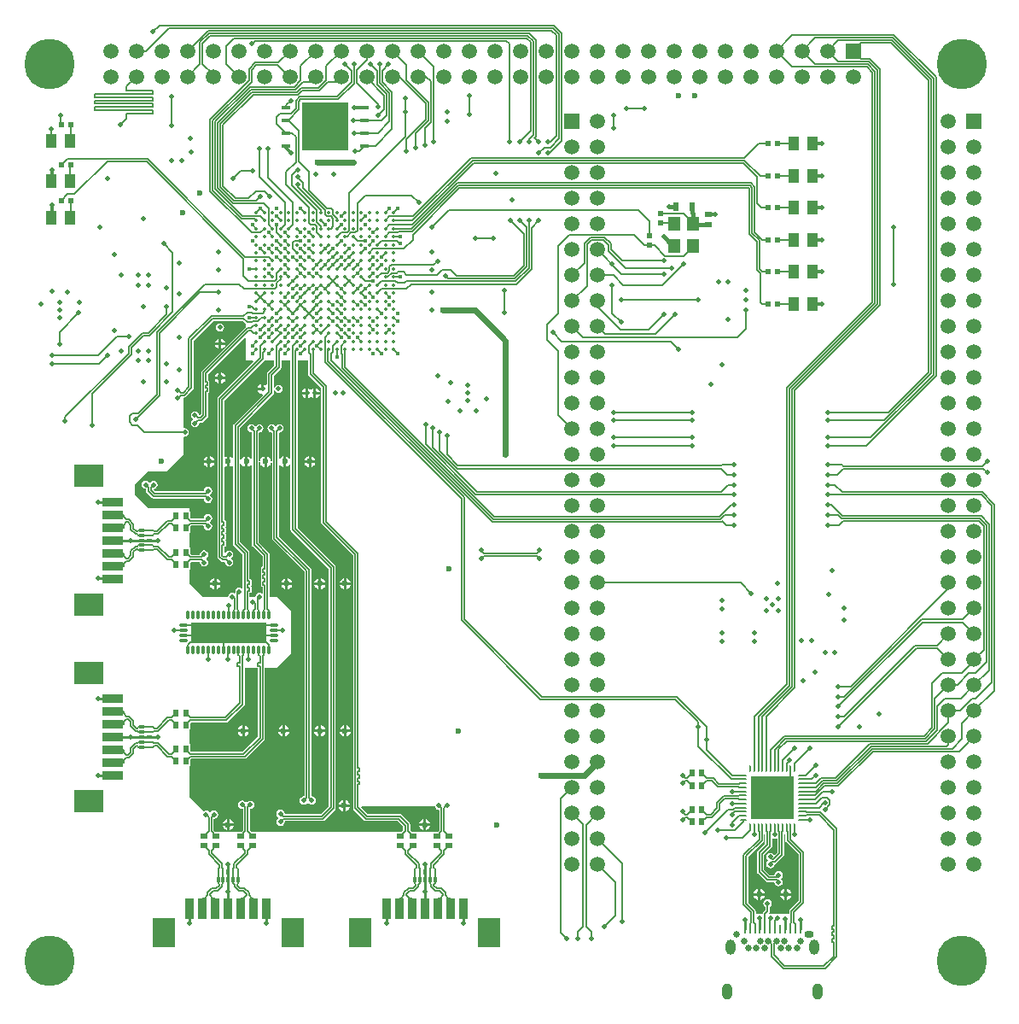
<source format=gtl>
G04 Layer_Physical_Order=1*
G04 Layer_Color=255*
%FSLAX25Y25*%
%MOIN*%
G70*
G01*
G75*
%ADD10R,0.02520X0.02362*%
%ADD11R,0.02362X0.02520*%
%ADD12R,0.03937X0.05512*%
%ADD13R,0.07874X0.03543*%
%ADD14R,0.03543X0.07874*%
%ADD15R,0.01142X0.03543*%
%ADD16R,0.02284X0.03701*%
%ADD17R,0.02165X0.01968*%
%ADD18R,0.01968X0.02165*%
%ADD19R,0.04724X0.05512*%
%ADD20R,0.03543X0.01575*%
%ADD21R,0.18307X0.18898*%
%ADD22C,0.01378*%
%ADD23R,0.01378X0.00787*%
%ADD24R,0.02165X0.01575*%
%ADD25R,0.02165X0.01181*%
%ADD26R,0.00787X0.01378*%
%ADD27R,0.01575X0.02165*%
%ADD28R,0.01181X0.02165*%
%ADD29R,0.29724X0.08071*%
%ADD30O,0.03347X0.01181*%
%ADD31O,0.01181X0.03347*%
G04:AMPARAMS|DCode=32|XSize=7.87mil|YSize=25.59mil|CornerRadius=1.97mil|HoleSize=0mil|Usage=FLASHONLY|Rotation=90.000|XOffset=0mil|YOffset=0mil|HoleType=Round|Shape=RoundedRectangle|*
%AMROUNDEDRECTD32*
21,1,0.00787,0.02165,0,0,90.0*
21,1,0.00394,0.02559,0,0,90.0*
1,1,0.00394,0.01083,0.00197*
1,1,0.00394,0.01083,-0.00197*
1,1,0.00394,-0.01083,-0.00197*
1,1,0.00394,-0.01083,0.00197*
%
%ADD32ROUNDEDRECTD32*%
G04:AMPARAMS|DCode=33|XSize=7.87mil|YSize=25.59mil|CornerRadius=1.97mil|HoleSize=0mil|Usage=FLASHONLY|Rotation=0.000|XOffset=0mil|YOffset=0mil|HoleType=Round|Shape=RoundedRectangle|*
%AMROUNDEDRECTD33*
21,1,0.00787,0.02165,0,0,0.0*
21,1,0.00394,0.02559,0,0,0.0*
1,1,0.00394,0.00197,-0.01083*
1,1,0.00394,-0.00197,-0.01083*
1,1,0.00394,-0.00197,0.01083*
1,1,0.00394,0.00197,0.01083*
%
%ADD33ROUNDEDRECTD33*%
G04:AMPARAMS|DCode=34|XSize=169.29mil|YSize=169.29mil|CornerRadius=1.69mil|HoleSize=0mil|Usage=FLASHONLY|Rotation=0.000|XOffset=0mil|YOffset=0mil|HoleType=Round|Shape=RoundedRectangle|*
%AMROUNDEDRECTD34*
21,1,0.16929,0.16590,0,0,0.0*
21,1,0.16590,0.16929,0,0,0.0*
1,1,0.00339,0.08295,-0.08295*
1,1,0.00339,-0.08295,-0.08295*
1,1,0.00339,-0.08295,0.08295*
1,1,0.00339,0.08295,0.08295*
%
%ADD34ROUNDEDRECTD34*%
%ADD35C,0.00500*%
%ADD36C,0.01181*%
%ADD37C,0.00602*%
%ADD38C,0.01000*%
%ADD39C,0.00787*%
%ADD40C,0.02362*%
%ADD41C,0.00587*%
%ADD42C,0.01575*%
%ADD43C,0.19685*%
%ADD44R,0.05905X0.05905*%
%ADD45C,0.05905*%
%ADD46R,0.05905X0.05905*%
%ADD47R,0.11811X0.08661*%
%ADD48R,0.08661X0.11811*%
%ADD49O,0.03937X0.06299*%
%ADD50O,0.03740X0.02559*%
%ADD51C,0.02559*%
%ADD52O,0.03937X0.05905*%
%ADD53C,0.01575*%
%ADD54C,0.01968*%
%ADD55C,0.02362*%
G36*
X368191Y382058D02*
X368541Y381533D01*
X369066Y381183D01*
X369685Y381060D01*
X369891Y380891D01*
Y373010D01*
X369452Y372571D01*
X367035D01*
Y372441D01*
X361311D01*
Y372571D01*
X358894D01*
X358456Y373010D01*
Y375324D01*
X358389Y375656D01*
X358201Y375938D01*
X355072Y379067D01*
X354790Y379256D01*
X354457Y379322D01*
X341986D01*
X339388Y381920D01*
X339539Y382283D01*
X368146Y382283D01*
X368191Y382058D01*
D02*
G37*
G36*
X294267Y570645D02*
X294267Y570645D01*
X294291Y570629D01*
Y569572D01*
X277126Y552407D01*
X276937Y552125D01*
X276871Y551792D01*
Y535580D01*
X276412Y535122D01*
X275985Y535251D01*
X275904Y535658D01*
X275553Y536183D01*
X275028Y536534D01*
X274410Y536657D01*
X273790Y536534D01*
X273266Y536183D01*
X272915Y535658D01*
X272792Y535039D01*
X272915Y534420D01*
X273266Y533895D01*
X273556Y533701D01*
Y533228D01*
X273266Y533034D01*
X272915Y532509D01*
X272792Y531890D01*
X272915Y531271D01*
X273266Y530746D01*
X273790Y530395D01*
X274410Y530272D01*
X275028Y530395D01*
X275553Y530746D01*
X275904Y531271D01*
X276027Y531890D01*
X276196Y532095D01*
X276899D01*
X277231Y532162D01*
X277513Y532350D01*
X279355Y534192D01*
X279543Y534474D01*
X279609Y534806D01*
Y538189D01*
Y543592D01*
X279769Y543699D01*
X279957Y543980D01*
X280023Y544313D01*
Y545600D01*
X279957Y545933D01*
X279785Y546244D01*
X279957Y546555D01*
X280023Y546888D01*
Y548175D01*
X279957Y548508D01*
X279769Y548790D01*
X279609Y548896D01*
Y551018D01*
X293928Y565336D01*
X294291Y565186D01*
Y556299D01*
X297076Y556299D01*
X297226Y555935D01*
X283425Y542134D01*
X283237Y541852D01*
X283170Y541520D01*
Y503235D01*
Y479740D01*
X283237Y479408D01*
X283425Y479126D01*
X284531Y478019D01*
X284813Y477831D01*
X285146Y477765D01*
X285146Y477765D01*
X286009D01*
X286178Y477559D01*
X286301Y476940D01*
X286651Y476415D01*
X287176Y476064D01*
X287795Y475941D01*
X288414Y476064D01*
X288939Y476415D01*
X289290Y476940D01*
X289413Y477559D01*
X289290Y478178D01*
X288939Y478703D01*
X288649Y478897D01*
Y479371D01*
X288939Y479565D01*
X289290Y480090D01*
X289413Y480709D01*
X289290Y481328D01*
X288939Y481852D01*
X288414Y482203D01*
X287795Y482326D01*
X287176Y482203D01*
X286651Y481852D01*
X286301Y481328D01*
X285908Y481374D01*
Y483612D01*
X286027Y483636D01*
X286309Y483824D01*
X286498Y484106D01*
X286564Y484439D01*
Y485726D01*
X286498Y486059D01*
X286326Y486370D01*
X286498Y486681D01*
X286564Y487014D01*
Y488301D01*
X286498Y488634D01*
X286326Y488945D01*
X286498Y489256D01*
X286564Y489589D01*
Y490876D01*
X286498Y491209D01*
X286309Y491491D01*
X286498Y491831D01*
X286564Y492163D01*
Y493451D01*
X286498Y493783D01*
X286309Y494065D01*
X286027Y494254D01*
X285908Y494277D01*
Y514881D01*
X286262Y515055D01*
X286302Y515024D01*
X286832Y514804D01*
X286902Y514795D01*
Y516929D01*
Y519063D01*
X286832Y519054D01*
X286302Y518834D01*
X286262Y518804D01*
X285908Y518978D01*
Y540745D01*
X300141Y554978D01*
X300141Y554978D01*
X300141Y554978D01*
X301462Y556299D01*
X305430Y556299D01*
Y554530D01*
X302716Y551816D01*
X302528Y551534D01*
X302462Y551202D01*
Y546996D01*
X302068Y546806D01*
X301562Y547145D01*
X301287Y547199D01*
Y545276D01*
X300787D01*
Y544776D01*
X298864D01*
X298918Y544501D01*
X299357Y543845D01*
X300013Y543406D01*
X300700Y543270D01*
X300888Y542902D01*
X289543Y531556D01*
X289355Y531274D01*
X289288Y530942D01*
Y518638D01*
X288895Y518533D01*
X288502Y518834D01*
X287971Y519054D01*
X287902Y519063D01*
Y516929D01*
Y514795D01*
X287971Y514804D01*
X288502Y515024D01*
X288895Y515326D01*
X289288Y515220D01*
Y484646D01*
X289355Y484313D01*
X289543Y484031D01*
X293013Y480561D01*
Y467668D01*
X292619Y467457D01*
X292351Y467636D01*
X291732Y467759D01*
X291113Y467636D01*
X290588Y467286D01*
X290238Y466761D01*
X290115Y466142D01*
X290194Y465741D01*
X290174Y465713D01*
X289763Y465556D01*
X289595Y465668D01*
X288976Y465791D01*
X288357Y465668D01*
X287832Y465317D01*
X287482Y464792D01*
X287359Y464173D01*
X287359Y464173D01*
X277771Y464173D01*
X272441Y469504D01*
Y474909D01*
X272571D01*
Y477326D01*
X273010Y477765D01*
X274016D01*
X274016Y477765D01*
X276166D01*
X276335Y477559D01*
X276458Y476940D01*
X276809Y476415D01*
X277334Y476064D01*
X277953Y475941D01*
X278572Y476064D01*
X279097Y476415D01*
X279447Y476940D01*
X279570Y477559D01*
X279447Y478178D01*
X279097Y478703D01*
X278806Y478897D01*
Y479371D01*
X279097Y479565D01*
X279447Y480090D01*
X279570Y480709D01*
X279447Y481328D01*
X279097Y481852D01*
X278572Y482203D01*
X277953Y482326D01*
X277334Y482203D01*
X276809Y481852D01*
X276458Y481328D01*
X276335Y480709D01*
X276166Y480503D01*
X273010D01*
X272571Y480942D01*
Y483358D01*
X272441D01*
Y489083D01*
X272571D01*
Y491499D01*
X273010Y491938D01*
X273622D01*
X273622Y491938D01*
X277741D01*
X277910Y491732D01*
X278033Y491113D01*
X278384Y490588D01*
X278908Y490238D01*
X279528Y490115D01*
X280147Y490238D01*
X280671Y490588D01*
X281022Y491113D01*
X281145Y491732D01*
X281022Y492351D01*
X280671Y492876D01*
X280381Y493070D01*
Y493544D01*
X280671Y493738D01*
X281022Y494263D01*
X281145Y494882D01*
X281022Y495501D01*
X280671Y496026D01*
X280147Y496376D01*
X279528Y496500D01*
X278908Y496376D01*
X278384Y496026D01*
X278033Y495501D01*
X277910Y494882D01*
X277791Y494737D01*
X277559Y494676D01*
X277549Y494676D01*
X273010D01*
X272571Y495115D01*
Y497532D01*
X272441D01*
Y498819D01*
X255906Y498819D01*
X250787Y503937D01*
X250787Y507874D01*
X255906Y512992D01*
X263202Y512992D01*
X270079Y519869D01*
X270079Y526497D01*
X270383Y526747D01*
X270472Y526729D01*
X271092Y526852D01*
X271616Y527203D01*
X271967Y527727D01*
X272090Y528346D01*
X271967Y528966D01*
X271616Y529490D01*
X271092Y529841D01*
X270472Y529964D01*
X270383Y529946D01*
X270079Y530196D01*
X270079Y541732D01*
X270304Y541958D01*
X270538Y542004D01*
X270820Y542193D01*
X273646Y545019D01*
X273834Y545301D01*
X273901Y545633D01*
Y564171D01*
X281589Y571859D01*
X293053D01*
X294267Y570645D01*
D02*
G37*
G36*
X504930Y369164D02*
X504996Y368832D01*
X505185Y368550D01*
X510155Y363580D01*
Y345475D01*
X506760Y342080D01*
X506571Y341798D01*
X506505Y341465D01*
Y340729D01*
X506327Y340551D01*
X498718Y340551D01*
X498709Y340571D01*
X498662Y340748D01*
X498834Y341006D01*
X498901Y341339D01*
Y343161D01*
X499175Y343344D01*
X499526Y343869D01*
X499649Y344488D01*
X499526Y345107D01*
X499175Y345632D01*
X498651Y345983D01*
X498032Y346106D01*
X497412Y345983D01*
X496888Y345632D01*
X496537Y345107D01*
X496414Y344488D01*
X496537Y343869D01*
X496888Y343344D01*
X497162Y343161D01*
Y341699D01*
X496433Y340969D01*
X496244Y340687D01*
X496217Y340551D01*
X493540D01*
X493495Y340596D01*
Y341465D01*
X493429Y341798D01*
X493240Y342080D01*
X490452Y344869D01*
Y362612D01*
X496390Y368550D01*
X496579Y368832D01*
X496645Y369164D01*
Y371260D01*
X497056D01*
Y367683D01*
X494268Y364894D01*
X494079Y364612D01*
X494013Y364280D01*
Y356854D01*
X494079Y356521D01*
X494268Y356239D01*
X497487Y353019D01*
X497769Y352831D01*
X497769Y352831D01*
X498102Y352765D01*
X500737D01*
X500744Y352756D01*
X500868Y352137D01*
X501218Y351612D01*
X501743Y351261D01*
X502362Y351138D01*
X502981Y351261D01*
X503506Y351612D01*
X503857Y352137D01*
X503980Y352756D01*
X503857Y353375D01*
X503506Y353900D01*
X503303Y354035D01*
Y354232D01*
X503506Y354368D01*
X503857Y354893D01*
X503980Y355512D01*
X503857Y356131D01*
X503506Y356656D01*
X502981Y357006D01*
X502362Y357130D01*
X501743Y357006D01*
X501218Y356656D01*
X500868Y356131D01*
X500744Y355512D01*
X500737Y355503D01*
X498876D01*
X496751Y357628D01*
Y363505D01*
X499540Y366294D01*
X499540Y366294D01*
X499728Y366576D01*
X499794Y366909D01*
Y369806D01*
X499968Y369899D01*
X500168Y369765D01*
X500787Y369642D01*
X501406Y369765D01*
X501607Y369899D01*
X501781Y369806D01*
Y364336D01*
X500799Y363354D01*
X500603Y363374D01*
X500356Y363742D01*
X499832Y364093D01*
X499213Y364216D01*
X498594Y364093D01*
X498069Y363742D01*
X497718Y363217D01*
X497595Y362598D01*
X497718Y361979D01*
X498069Y361455D01*
X498272Y361319D01*
Y361122D01*
X498069Y360986D01*
X497718Y360462D01*
X497595Y359843D01*
X497718Y359224D01*
X498069Y358699D01*
X498594Y358348D01*
X499213Y358225D01*
X499832Y358348D01*
X500356Y358699D01*
X500707Y359224D01*
X500830Y359843D01*
X501021Y359894D01*
X501141Y359917D01*
X501141Y359917D01*
X501423Y360106D01*
X504264Y362948D01*
X504453Y363230D01*
X504519Y363562D01*
Y371260D01*
X504930D01*
Y369164D01*
D02*
G37*
G36*
X298634Y436311D02*
X298926Y436253D01*
Y409604D01*
X293053Y403731D01*
X273010D01*
X272571Y404170D01*
Y406587D01*
X272441D01*
Y412311D01*
X272571D01*
Y414728D01*
X273010Y415166D01*
X286741D01*
X287073Y415233D01*
X287355Y415421D01*
X293536Y421601D01*
X293724Y421883D01*
X293791Y422216D01*
X293791Y422216D01*
Y436327D01*
X298611D01*
X298634Y436311D01*
D02*
G37*
G36*
X311729Y556299D02*
Y518251D01*
X311377Y518051D01*
X311336Y518053D01*
X311004Y518485D01*
X310549Y518834D01*
X310018Y519054D01*
X309949Y519063D01*
Y516929D01*
Y514795D01*
X310018Y514804D01*
X310549Y515024D01*
X311004Y515374D01*
X311336Y515805D01*
X311377Y515807D01*
X311729Y515608D01*
Y490318D01*
X311795Y489986D01*
X311984Y489704D01*
X326690Y474998D01*
Y382483D01*
X323529Y379322D01*
X309661D01*
X309492Y379528D01*
X309369Y380147D01*
X309018Y380671D01*
X308493Y381022D01*
X307874Y381145D01*
X307255Y381022D01*
X306730Y380671D01*
X306380Y380147D01*
X306256Y379528D01*
X306380Y378908D01*
X306730Y378384D01*
X307021Y378189D01*
Y377716D01*
X306730Y377522D01*
X306380Y376997D01*
X306256Y376378D01*
X306380Y375759D01*
X306730Y375234D01*
X307255Y374883D01*
X307874Y374760D01*
X308493Y374883D01*
X309018Y375234D01*
X309369Y375759D01*
X309492Y376378D01*
X309661Y376584D01*
X324303D01*
X324636Y376650D01*
X324918Y376838D01*
X329174Y381094D01*
X329362Y381376D01*
X329428Y381709D01*
X329428Y381709D01*
Y475772D01*
X329428Y475772D01*
X329362Y476104D01*
X329174Y476386D01*
X314468Y491092D01*
Y556299D01*
X318603Y556299D01*
Y551161D01*
X318670Y550828D01*
X318858Y550546D01*
X323722Y545682D01*
Y493126D01*
X323788Y492793D01*
X323976Y492512D01*
X336139Y480349D01*
Y381657D01*
X336205Y381324D01*
X336393Y381042D01*
X340597Y376838D01*
X340879Y376650D01*
X341212Y376584D01*
X353683D01*
X355717Y374550D01*
Y373010D01*
X355279Y372571D01*
X352862D01*
Y372441D01*
X298713Y372441D01*
Y372571D01*
X296296D01*
X295857Y373010D01*
Y381284D01*
X296063Y381453D01*
X296682Y381576D01*
X297207Y381927D01*
X297557Y382452D01*
X297681Y383071D01*
X297557Y383690D01*
X297207Y384215D01*
X296682Y384565D01*
X296063Y384689D01*
X295444Y384565D01*
X294919Y384215D01*
X294725Y383924D01*
X294251D01*
X294057Y384215D01*
X293532Y384565D01*
X292913Y384689D01*
X292294Y384565D01*
X291770Y384215D01*
X291419Y383690D01*
X291296Y383071D01*
X291419Y382452D01*
X291770Y381927D01*
X292294Y381576D01*
X292913Y381453D01*
X293119Y381284D01*
Y374803D01*
X293119Y374803D01*
Y373010D01*
X292680Y372571D01*
X290264D01*
Y372441D01*
X284539D01*
Y372571D01*
X282123D01*
X281684Y373010D01*
Y373622D01*
X281684Y373622D01*
Y377347D01*
X281890Y377516D01*
X282509Y377639D01*
X283034Y377990D01*
X283384Y378515D01*
X283507Y379134D01*
X283384Y379753D01*
X283034Y380278D01*
X282509Y380628D01*
X281890Y380751D01*
X281271Y380628D01*
X280746Y380278D01*
X280552Y379987D01*
X280078D01*
X279884Y380278D01*
X279359Y380628D01*
X278740Y380751D01*
X278121Y380628D01*
X278007Y380552D01*
X272441Y386118D01*
Y398138D01*
X272571D01*
Y400554D01*
X273010Y400993D01*
X293828D01*
X294160Y401059D01*
X294442Y401248D01*
X301410Y408216D01*
X301598Y408497D01*
X301664Y408830D01*
Y436327D01*
X306231D01*
X311811Y441907D01*
X311811Y458661D01*
X306299Y464173D01*
X303633D01*
Y480701D01*
X303567Y481033D01*
X303378Y481315D01*
X299401Y485293D01*
Y516708D01*
X299794Y516734D01*
X299844Y516360D01*
X300063Y515829D01*
X300413Y515374D01*
X300869Y515024D01*
X301399Y514804D01*
X301468Y514795D01*
Y516929D01*
Y519063D01*
X301399Y519054D01*
X300869Y518834D01*
X300413Y518485D01*
X300063Y518029D01*
X299844Y517498D01*
X299794Y517124D01*
X299401Y517150D01*
Y528135D01*
X299606Y528304D01*
X300225Y528427D01*
X300750Y528777D01*
X301101Y529302D01*
X301224Y529921D01*
X301101Y530540D01*
X300750Y531065D01*
X300225Y531416D01*
X299606Y531539D01*
X298987Y531416D01*
X298462Y531065D01*
X298268Y530774D01*
X297795D01*
X297601Y531065D01*
X297076Y531416D01*
X296457Y531539D01*
X295838Y531416D01*
X295313Y531065D01*
X294962Y530540D01*
X294839Y529921D01*
X294962Y529302D01*
X295313Y528777D01*
X295838Y528427D01*
X296457Y528304D01*
X296662Y528135D01*
Y518325D01*
X296269Y518191D01*
X296044Y518485D01*
X295588Y518834D01*
X295058Y519054D01*
X294988Y519063D01*
Y516929D01*
Y514795D01*
X295058Y514804D01*
X295588Y515024D01*
X296044Y515374D01*
X296269Y515667D01*
X296662Y515533D01*
Y484519D01*
X296729Y484186D01*
X296917Y483904D01*
X300895Y479926D01*
Y476032D01*
X300704Y475994D01*
X300422Y475806D01*
X300233Y475524D01*
X300167Y475191D01*
Y473904D01*
X300233Y473571D01*
X300406Y473260D01*
X300233Y472949D01*
X300167Y472616D01*
Y471329D01*
X300233Y470996D01*
X300406Y470685D01*
X300233Y470374D01*
X300167Y470041D01*
Y468754D01*
X300233Y468421D01*
X300422Y468139D01*
X300704Y467951D01*
X300895Y467913D01*
Y465694D01*
X300501Y465484D01*
X300225Y465668D01*
X299606Y465791D01*
X298987Y465668D01*
X298462Y465317D01*
X298112Y464792D01*
X297989Y464173D01*
X297989Y464173D01*
X295751D01*
Y465629D01*
X295771D01*
X296104Y465695D01*
X296386Y465883D01*
X296574Y466165D01*
X296640Y466498D01*
Y467785D01*
X296574Y468118D01*
X296386Y468458D01*
X296574Y468740D01*
X296640Y469073D01*
Y470360D01*
X296574Y470693D01*
X296386Y470975D01*
X296104Y471163D01*
X295771Y471229D01*
X295751D01*
Y475197D01*
Y481335D01*
X295751Y481335D01*
X295685Y481668D01*
X295496Y481950D01*
X295496Y481950D01*
X292026Y485420D01*
Y516144D01*
X292420Y516222D01*
X292583Y515829D01*
X292933Y515374D01*
X293388Y515024D01*
X293919Y514804D01*
X293988Y514795D01*
Y516929D01*
Y519063D01*
X293919Y519054D01*
X293388Y518834D01*
X292933Y518485D01*
X292583Y518029D01*
X292420Y517636D01*
X292026Y517715D01*
Y530168D01*
X304945Y543086D01*
X304945Y543086D01*
X305134Y543368D01*
X305200Y543701D01*
Y544611D01*
X305592Y544657D01*
X305943Y544132D01*
X306468Y543781D01*
X307087Y543658D01*
X307706Y543781D01*
X308230Y544132D01*
X308581Y544657D01*
X308704Y545276D01*
X308581Y545895D01*
X308230Y546419D01*
X307706Y546770D01*
X307087Y546893D01*
X306468Y546770D01*
X305943Y546419D01*
X305592Y545895D01*
X305200Y545941D01*
Y550427D01*
X307914Y553141D01*
X308102Y553423D01*
X308168Y553756D01*
Y556299D01*
X311729D01*
D02*
G37*
%LPC*%
G36*
X364673Y377331D02*
Y375697D01*
X366307D01*
X366298Y375766D01*
X366078Y376297D01*
X365729Y376752D01*
X365273Y377102D01*
X364743Y377322D01*
X364673Y377331D01*
D02*
G37*
G36*
X363673D02*
X363604Y377322D01*
X363073Y377102D01*
X362618Y376752D01*
X362268Y376297D01*
X362048Y375766D01*
X362039Y375697D01*
X363673D01*
Y377331D01*
D02*
G37*
G36*
X366307Y374697D02*
X364673D01*
Y373063D01*
X364743Y373072D01*
X365273Y373292D01*
X365729Y373641D01*
X366078Y374097D01*
X366298Y374627D01*
X366307Y374697D01*
D02*
G37*
G36*
X363673D02*
X362039D01*
X362048Y374627D01*
X362268Y374097D01*
X362618Y373641D01*
X363073Y373292D01*
X363604Y373072D01*
X363673Y373063D01*
Y374697D01*
D02*
G37*
G36*
X281784Y468791D02*
X280149D01*
X280158Y468722D01*
X280378Y468191D01*
X280728Y467736D01*
X281184Y467386D01*
X281714Y467166D01*
X281784Y467157D01*
Y468791D01*
D02*
G37*
G36*
X280421Y519063D02*
Y517429D01*
X282055D01*
X282046Y517498D01*
X281826Y518029D01*
X281477Y518485D01*
X281021Y518834D01*
X280491Y519054D01*
X280421Y519063D01*
D02*
G37*
G36*
X279421D02*
X279352Y519054D01*
X278821Y518834D01*
X278366Y518485D01*
X278016Y518029D01*
X277796Y517498D01*
X277787Y517429D01*
X279421D01*
Y519063D01*
D02*
G37*
G36*
X286176Y562492D02*
X284752D01*
Y561068D01*
X285026Y561123D01*
X285683Y561562D01*
X286121Y562218D01*
X286176Y562492D01*
D02*
G37*
G36*
X283752D02*
X282328D01*
X282383Y562218D01*
X282821Y561562D01*
X283478Y561123D01*
X283752Y561068D01*
Y562492D01*
D02*
G37*
G36*
Y564916D02*
X283478Y564861D01*
X282821Y564423D01*
X282383Y563766D01*
X282328Y563492D01*
X283752D01*
Y564916D01*
D02*
G37*
G36*
X284252Y570909D02*
X283633Y570786D01*
X283108Y570435D01*
X282757Y569910D01*
X282634Y569291D01*
X282757Y568672D01*
X283108Y568148D01*
X283633Y567797D01*
X284252Y567674D01*
X284871Y567797D01*
X285396Y568148D01*
X285747Y568672D01*
X285870Y569291D01*
X285747Y569910D01*
X285396Y570435D01*
X284871Y570786D01*
X284252Y570909D01*
D02*
G37*
G36*
X284752Y564916D02*
Y563492D01*
X286176D01*
X286121Y563766D01*
X285683Y564423D01*
X285026Y564861D01*
X284752Y564916D01*
D02*
G37*
G36*
X283752Y549106D02*
X282118D01*
X282127Y549037D01*
X282347Y548506D01*
X282696Y548051D01*
X283152Y547701D01*
X283683Y547481D01*
X283752Y547472D01*
Y549106D01*
D02*
G37*
G36*
X300287Y547199D02*
X300013Y547145D01*
X299357Y546706D01*
X298918Y546050D01*
X298864Y545776D01*
X300287D01*
Y547199D01*
D02*
G37*
G36*
X286386Y549106D02*
X284752D01*
Y547472D01*
X284821Y547481D01*
X285352Y547701D01*
X285807Y548051D01*
X286157Y548506D01*
X286377Y549037D01*
X286386Y549106D01*
D02*
G37*
G36*
X284752Y551740D02*
Y550106D01*
X286386D01*
X286377Y550176D01*
X286157Y550706D01*
X285807Y551162D01*
X285352Y551511D01*
X284821Y551731D01*
X284752Y551740D01*
D02*
G37*
G36*
X283752D02*
X283683Y551731D01*
X283152Y551511D01*
X282696Y551162D01*
X282347Y550706D01*
X282127Y550176D01*
X282118Y550106D01*
X283752D01*
Y551740D01*
D02*
G37*
G36*
X281784Y471425D02*
X281714Y471416D01*
X281184Y471197D01*
X280728Y470847D01*
X280378Y470391D01*
X280158Y469861D01*
X280149Y469791D01*
X281784D01*
Y471425D01*
D02*
G37*
G36*
X282784D02*
Y469791D01*
X284418D01*
X284408Y469861D01*
X284189Y470391D01*
X283839Y470847D01*
X283383Y471197D01*
X282853Y471416D01*
X282784Y471425D01*
D02*
G37*
G36*
X284418Y468791D02*
X282784D01*
Y467157D01*
X282853Y467166D01*
X283383Y467386D01*
X283839Y467736D01*
X284189Y468191D01*
X284408Y468722D01*
X284418Y468791D01*
D02*
G37*
G36*
X279421Y516429D02*
X277787D01*
X277796Y516360D01*
X278016Y515829D01*
X278366Y515374D01*
X278821Y515024D01*
X279352Y514804D01*
X279421Y514795D01*
Y516429D01*
D02*
G37*
G36*
X258268Y509492D02*
X257649Y509369D01*
X257124Y509018D01*
X256930Y508727D01*
X256456D01*
X256262Y509018D01*
X255737Y509369D01*
X255118Y509492D01*
X254499Y509369D01*
X253974Y509018D01*
X253624Y508493D01*
X253500Y507874D01*
X253624Y507255D01*
X253974Y506730D01*
X254499Y506380D01*
X255118Y506256D01*
X255324Y506087D01*
Y505385D01*
X255390Y505052D01*
X255578Y504771D01*
X257526Y502822D01*
X257808Y502634D01*
X258141Y502568D01*
X277741D01*
X277910Y502362D01*
X278033Y501743D01*
X278384Y501218D01*
X278908Y500868D01*
X279528Y500744D01*
X280147Y500868D01*
X280671Y501218D01*
X281022Y501743D01*
X281145Y502362D01*
X281022Y502981D01*
X280671Y503506D01*
X280381Y503700D01*
Y504174D01*
X280671Y504368D01*
X281022Y504893D01*
X281145Y505512D01*
X281022Y506131D01*
X280671Y506656D01*
X280147Y507006D01*
X279528Y507129D01*
X278908Y507006D01*
X278384Y506656D01*
X278033Y506131D01*
X277910Y505512D01*
X277741Y505306D01*
X258915D01*
X258350Y505871D01*
X258479Y506298D01*
X258887Y506380D01*
X259412Y506730D01*
X259762Y507255D01*
X259885Y507874D01*
X259762Y508493D01*
X259412Y509018D01*
X258887Y509369D01*
X258268Y509492D01*
D02*
G37*
G36*
X282055Y516429D02*
X280421D01*
Y514795D01*
X280491Y514804D01*
X281021Y515024D01*
X281477Y515374D01*
X281826Y515829D01*
X282046Y516360D01*
X282055Y516429D01*
D02*
G37*
G36*
X504724Y350156D02*
X504373Y350086D01*
X503652Y349604D01*
X503170Y348883D01*
X503100Y348532D01*
X504724D01*
Y350156D01*
D02*
G37*
G36*
X495276D02*
Y348532D01*
X496900D01*
X496830Y348883D01*
X496348Y349604D01*
X495627Y350086D01*
X495276Y350156D01*
D02*
G37*
G36*
X505724D02*
Y348532D01*
X507349D01*
X507279Y348883D01*
X506797Y349604D01*
X506075Y350086D01*
X505724Y350156D01*
D02*
G37*
G36*
X494276D02*
X493925Y350086D01*
X493203Y349604D01*
X492721Y348883D01*
X492651Y348532D01*
X494276D01*
Y350156D01*
D02*
G37*
G36*
X496900Y347532D02*
X495276D01*
Y345907D01*
X495627Y345977D01*
X496348Y346459D01*
X496830Y347181D01*
X496900Y347532D01*
D02*
G37*
G36*
X494276D02*
X492651D01*
X492721Y347181D01*
X493203Y346459D01*
X493925Y345977D01*
X494276Y345907D01*
Y347532D01*
D02*
G37*
G36*
X507349D02*
X505724D01*
Y345907D01*
X506075Y345977D01*
X506797Y346459D01*
X507279Y347181D01*
X507349Y347532D01*
D02*
G37*
G36*
X504724D02*
X503100D01*
X503170Y347181D01*
X503652Y346459D01*
X504373Y345977D01*
X504724Y345907D01*
Y347532D01*
D02*
G37*
G36*
X295441Y411311D02*
X293807D01*
Y409677D01*
X293877Y409686D01*
X294407Y409906D01*
X294863Y410255D01*
X295212Y410711D01*
X295432Y411242D01*
X295441Y411311D01*
D02*
G37*
G36*
X292807D02*
X291173D01*
X291182Y411242D01*
X291402Y410711D01*
X291752Y410255D01*
X292207Y409906D01*
X292738Y409686D01*
X292807Y409677D01*
Y411311D01*
D02*
G37*
G36*
Y413945D02*
X292738Y413936D01*
X292207Y413716D01*
X291752Y413367D01*
X291402Y412911D01*
X291182Y412380D01*
X291173Y412311D01*
X292807D01*
Y413945D01*
D02*
G37*
G36*
X293807D02*
Y412311D01*
X295441D01*
X295432Y412380D01*
X295212Y412911D01*
X294863Y413367D01*
X294407Y413716D01*
X293877Y413936D01*
X293807Y413945D01*
D02*
G37*
G36*
X325362Y411311D02*
X323728D01*
Y409677D01*
X323798Y409686D01*
X324328Y409906D01*
X324784Y410255D01*
X325133Y410711D01*
X325353Y411242D01*
X325362Y411311D01*
D02*
G37*
G36*
X332571D02*
X330937D01*
X330946Y411242D01*
X331166Y410711D01*
X331515Y410255D01*
X331971Y409906D01*
X332502Y409686D01*
X332571Y409677D01*
Y411311D01*
D02*
G37*
G36*
X333177Y384811D02*
Y383177D01*
X334811D01*
X334802Y383246D01*
X334582Y383777D01*
X334233Y384233D01*
X333777Y384582D01*
X333246Y384802D01*
X333177Y384811D01*
D02*
G37*
G36*
X322728Y411311D02*
X321094D01*
X321103Y411242D01*
X321323Y410711D01*
X321673Y410255D01*
X322128Y409906D01*
X322659Y409686D01*
X322728Y409677D01*
Y411311D01*
D02*
G37*
G36*
X311189D02*
X309555D01*
Y409677D01*
X309625Y409686D01*
X310155Y409906D01*
X310611Y410255D01*
X310960Y410711D01*
X311180Y411242D01*
X311189Y411311D01*
D02*
G37*
G36*
X308555D02*
X306921D01*
X306930Y411242D01*
X307150Y410711D01*
X307500Y410255D01*
X307955Y409906D01*
X308486Y409686D01*
X308555Y409677D01*
Y411311D01*
D02*
G37*
G36*
X323728Y413945D02*
Y412311D01*
X325362D01*
X325353Y412380D01*
X325133Y412911D01*
X324784Y413367D01*
X324328Y413716D01*
X323798Y413936D01*
X323728Y413945D01*
D02*
G37*
G36*
X322728D02*
X322659Y413936D01*
X322128Y413716D01*
X321673Y413367D01*
X321323Y412911D01*
X321103Y412380D01*
X321094Y412311D01*
X322728D01*
Y413945D01*
D02*
G37*
G36*
X332571D02*
X332502Y413936D01*
X331971Y413716D01*
X331515Y413367D01*
X331166Y412911D01*
X330946Y412380D01*
X330937Y412311D01*
X332571D01*
Y413945D01*
D02*
G37*
G36*
X333571D02*
Y412311D01*
X335205D01*
X335196Y412380D01*
X334976Y412911D01*
X334627Y413367D01*
X334171Y413716D01*
X333640Y413936D01*
X333571Y413945D01*
D02*
G37*
G36*
X335205Y411311D02*
X333571D01*
Y409677D01*
X333640Y409686D01*
X334171Y409906D01*
X334627Y410255D01*
X334976Y410711D01*
X335196Y411242D01*
X335205Y411311D01*
D02*
G37*
G36*
X309555Y413945D02*
Y412311D01*
X311189D01*
X311180Y412380D01*
X310960Y412911D01*
X310611Y413367D01*
X310155Y413716D01*
X309625Y413936D01*
X309555Y413945D01*
D02*
G37*
G36*
X308555D02*
X308486Y413936D01*
X307955Y413716D01*
X307500Y413367D01*
X307150Y412911D01*
X306930Y412380D01*
X306921Y412311D01*
X308555D01*
Y413945D01*
D02*
G37*
G36*
X286902Y374697D02*
X285267D01*
X285277Y374627D01*
X285496Y374097D01*
X285846Y373641D01*
X286302Y373292D01*
X286832Y373072D01*
X286902Y373063D01*
Y374697D01*
D02*
G37*
G36*
X289536D02*
X287902D01*
Y373063D01*
X287971Y373072D01*
X288502Y373292D01*
X288957Y373641D01*
X289307Y374097D01*
X289527Y374627D01*
X289536Y374697D01*
D02*
G37*
G36*
X332177Y382177D02*
X330543D01*
X330552Y382108D01*
X330772Y381577D01*
X331122Y381122D01*
X331577Y380772D01*
X332108Y380552D01*
X332177Y380543D01*
Y382177D01*
D02*
G37*
G36*
Y384811D02*
X332108Y384802D01*
X331577Y384582D01*
X331122Y384233D01*
X330772Y383777D01*
X330552Y383246D01*
X330543Y383177D01*
X332177D01*
Y384811D01*
D02*
G37*
G36*
X334811Y382177D02*
X333177D01*
Y380543D01*
X333246Y380552D01*
X333777Y380772D01*
X334233Y381122D01*
X334582Y381577D01*
X334802Y382108D01*
X334811Y382177D01*
D02*
G37*
G36*
X287902Y377331D02*
Y375697D01*
X289536D01*
X289527Y375766D01*
X289307Y376297D01*
X288957Y376752D01*
X288502Y377102D01*
X287971Y377322D01*
X287902Y377331D01*
D02*
G37*
G36*
X286902D02*
X286832Y377322D01*
X286302Y377102D01*
X285846Y376752D01*
X285496Y376297D01*
X285277Y375766D01*
X285267Y375697D01*
X286902D01*
Y377331D01*
D02*
G37*
G36*
X323183Y543201D02*
X321760D01*
Y541777D01*
X322034Y541832D01*
X322690Y542270D01*
X323129Y542927D01*
X323183Y543201D01*
D02*
G37*
G36*
X317610D02*
X316187D01*
X316241Y542927D01*
X316680Y542270D01*
X317336Y541832D01*
X317610Y541777D01*
Y543201D01*
D02*
G37*
G36*
Y545624D02*
X317336Y545570D01*
X316680Y545131D01*
X316241Y544475D01*
X316187Y544201D01*
X317610D01*
Y545624D01*
D02*
G37*
G36*
X320760D02*
X320486Y545570D01*
X319957Y545217D01*
X319685Y545161D01*
X319413Y545217D01*
X318884Y545570D01*
X318610Y545624D01*
Y543701D01*
Y541777D01*
X318884Y541832D01*
X319413Y542185D01*
X319685Y542241D01*
X319957Y542185D01*
X320486Y541832D01*
X320760Y541777D01*
Y543701D01*
Y545624D01*
D02*
G37*
G36*
X321760D02*
Y544201D01*
X323183D01*
X323129Y544475D01*
X322690Y545131D01*
X322034Y545570D01*
X321760Y545624D01*
D02*
G37*
G36*
X318791Y519063D02*
X318722Y519054D01*
X318191Y518834D01*
X317736Y518485D01*
X317386Y518029D01*
X317166Y517498D01*
X317157Y517429D01*
X318791D01*
Y519063D01*
D02*
G37*
G36*
X307480Y531539D02*
X306861Y531416D01*
X306336Y531065D01*
X306142Y530774D01*
X305669D01*
X305475Y531065D01*
X304950Y531416D01*
X304331Y531539D01*
X303712Y531416D01*
X303187Y531065D01*
X302836Y530540D01*
X302713Y529921D01*
X302836Y529302D01*
X303187Y528777D01*
X303712Y528427D01*
X304331Y528304D01*
X304537Y528135D01*
Y517150D01*
X304143Y517124D01*
X304094Y517498D01*
X303874Y518029D01*
X303524Y518485D01*
X303068Y518834D01*
X302538Y519054D01*
X302468Y519063D01*
Y516929D01*
Y514795D01*
X302538Y514804D01*
X303068Y515024D01*
X303524Y515374D01*
X303874Y515829D01*
X304094Y516360D01*
X304143Y516734D01*
X304537Y516708D01*
Y486881D01*
X304603Y486549D01*
X304791Y486267D01*
X317135Y473923D01*
Y386432D01*
X316929Y386263D01*
X316310Y386140D01*
X315785Y385790D01*
X315435Y385265D01*
X315311Y384646D01*
X315435Y384027D01*
X315785Y383502D01*
X316310Y383151D01*
X316929Y383028D01*
X317548Y383151D01*
X318073Y383502D01*
X318267Y383792D01*
X318741D01*
X318935Y383502D01*
X319460Y383151D01*
X320079Y383028D01*
X320698Y383151D01*
X321223Y383502D01*
X321573Y384027D01*
X321696Y384646D01*
X321573Y385265D01*
X321223Y385790D01*
X320698Y386140D01*
X320079Y386263D01*
X319873Y386432D01*
Y474697D01*
X319807Y475029D01*
X319619Y475311D01*
X307275Y487655D01*
Y515533D01*
X307668Y515667D01*
X307893Y515374D01*
X308349Y515024D01*
X308879Y514804D01*
X308949Y514795D01*
Y516929D01*
Y519063D01*
X308879Y519054D01*
X308349Y518834D01*
X307893Y518485D01*
X307668Y518191D01*
X307275Y518325D01*
Y528135D01*
X307480Y528304D01*
X308099Y528427D01*
X308624Y528777D01*
X308975Y529302D01*
X309098Y529921D01*
X308975Y530540D01*
X308624Y531065D01*
X308099Y531416D01*
X307480Y531539D01*
D02*
G37*
G36*
X319791Y519063D02*
Y517429D01*
X321425D01*
X321416Y517498D01*
X321197Y518029D01*
X320847Y518485D01*
X320391Y518834D01*
X319861Y519054D01*
X319791Y519063D01*
D02*
G37*
G36*
X335205Y468791D02*
X333571D01*
Y467157D01*
X333640Y467166D01*
X334171Y467386D01*
X334627Y467736D01*
X334976Y468191D01*
X335196Y468722D01*
X335205Y468791D01*
D02*
G37*
G36*
X332571D02*
X330937D01*
X330946Y468722D01*
X331166Y468191D01*
X331515Y467736D01*
X331971Y467386D01*
X332502Y467166D01*
X332571Y467157D01*
Y468791D01*
D02*
G37*
G36*
X309736Y471425D02*
X309667Y471416D01*
X309136Y471197D01*
X308681Y470847D01*
X308331Y470391D01*
X308111Y469861D01*
X308102Y469791D01*
X309736D01*
Y471425D01*
D02*
G37*
G36*
Y468791D02*
X308102D01*
X308111Y468722D01*
X308331Y468191D01*
X308681Y467736D01*
X309136Y467386D01*
X309667Y467166D01*
X309736Y467157D01*
Y468791D01*
D02*
G37*
G36*
X312370D02*
X310736D01*
Y467157D01*
X310806Y467166D01*
X311336Y467386D01*
X311792Y467736D01*
X312141Y468191D01*
X312361Y468722D01*
X312370Y468791D01*
D02*
G37*
G36*
X325362D02*
X323728D01*
Y467157D01*
X323798Y467166D01*
X324328Y467386D01*
X324784Y467736D01*
X325133Y468191D01*
X325353Y468722D01*
X325362Y468791D01*
D02*
G37*
G36*
X322728D02*
X321094D01*
X321103Y468722D01*
X321323Y468191D01*
X321673Y467736D01*
X322128Y467386D01*
X322659Y467166D01*
X322728Y467157D01*
Y468791D01*
D02*
G37*
G36*
X321425Y516429D02*
X319791D01*
Y514795D01*
X319861Y514804D01*
X320391Y515024D01*
X320847Y515374D01*
X321197Y515829D01*
X321416Y516360D01*
X321425Y516429D01*
D02*
G37*
G36*
X318791D02*
X317157D01*
X317166Y516360D01*
X317386Y515829D01*
X317736Y515374D01*
X318191Y515024D01*
X318722Y514804D01*
X318791Y514795D01*
Y516429D01*
D02*
G37*
G36*
X322728Y471425D02*
X322659Y471416D01*
X322128Y471197D01*
X321673Y470847D01*
X321323Y470391D01*
X321103Y469861D01*
X321094Y469791D01*
X322728D01*
Y471425D01*
D02*
G37*
G36*
X310736D02*
Y469791D01*
X312370D01*
X312361Y469861D01*
X312141Y470391D01*
X311792Y470847D01*
X311336Y471197D01*
X310806Y471416D01*
X310736Y471425D01*
D02*
G37*
G36*
X323728D02*
Y469791D01*
X325362D01*
X325353Y469861D01*
X325133Y470391D01*
X324784Y470847D01*
X324328Y471197D01*
X323798Y471416D01*
X323728Y471425D01*
D02*
G37*
G36*
X333571D02*
Y469791D01*
X335205D01*
X335196Y469861D01*
X334976Y470391D01*
X334627Y470847D01*
X334171Y471197D01*
X333640Y471416D01*
X333571Y471425D01*
D02*
G37*
G36*
X332571D02*
X332502Y471416D01*
X331971Y471197D01*
X331515Y470847D01*
X331166Y470391D01*
X330946Y469861D01*
X330937Y469791D01*
X332571D01*
Y471425D01*
D02*
G37*
%LPD*%
D10*
X474803Y613307D02*
D03*
Y609528D02*
D03*
X296850Y367008D02*
D03*
Y370787D02*
D03*
X292126Y367008D02*
D03*
Y370787D02*
D03*
X282677Y367008D02*
D03*
Y370787D02*
D03*
X277953Y367008D02*
D03*
Y370787D02*
D03*
X373622Y367008D02*
D03*
Y370787D02*
D03*
X368898Y367008D02*
D03*
Y370787D02*
D03*
X359449Y367008D02*
D03*
Y370787D02*
D03*
X354724Y367008D02*
D03*
Y370787D02*
D03*
D11*
X267008Y476772D02*
D03*
X270787D02*
D03*
X267008Y481496D02*
D03*
X270787D02*
D03*
X267008Y490945D02*
D03*
X270787D02*
D03*
X267008Y495669D02*
D03*
X270787D02*
D03*
X267008Y400000D02*
D03*
X270787D02*
D03*
X267008Y404724D02*
D03*
X270787D02*
D03*
X267008Y414173D02*
D03*
X270787D02*
D03*
X267008Y418898D02*
D03*
X270787D02*
D03*
X468583Y395276D02*
D03*
X472362D02*
D03*
X468583Y390551D02*
D03*
X472362D02*
D03*
X468583Y376378D02*
D03*
X472362D02*
D03*
X468583Y381102D02*
D03*
X472362D02*
D03*
D12*
X225689Y642126D02*
D03*
X218406D02*
D03*
X225689Y612205D02*
D03*
X218406D02*
D03*
X225689Y626378D02*
D03*
X218406D02*
D03*
X508169Y590945D02*
D03*
X515453D02*
D03*
X508169Y628346D02*
D03*
X515453D02*
D03*
X508169Y603543D02*
D03*
X515453D02*
D03*
X508169Y640945D02*
D03*
X515453D02*
D03*
X508169Y578346D02*
D03*
X515453D02*
D03*
X508169Y616142D02*
D03*
X515453D02*
D03*
D13*
X242350Y501224D02*
D03*
Y496224D02*
D03*
Y491224D02*
D03*
Y486224D02*
D03*
Y481224D02*
D03*
Y476224D02*
D03*
Y471224D02*
D03*
Y424453D02*
D03*
Y419453D02*
D03*
Y414453D02*
D03*
Y409453D02*
D03*
Y404453D02*
D03*
Y399453D02*
D03*
Y394453D02*
D03*
D14*
X272398Y342350D02*
D03*
X277398D02*
D03*
X282398D02*
D03*
X287398D02*
D03*
X292398D02*
D03*
X297398D02*
D03*
X302398D02*
D03*
X349169D02*
D03*
X354169D02*
D03*
X359169D02*
D03*
X364169D02*
D03*
X369169D02*
D03*
X374169D02*
D03*
X379169D02*
D03*
D15*
X489173Y334488D02*
D03*
X491142D02*
D03*
X493110D02*
D03*
X495079D02*
D03*
X497047D02*
D03*
X499016D02*
D03*
X500984D02*
D03*
X502953D02*
D03*
X504921D02*
D03*
X506890D02*
D03*
X508858D02*
D03*
X510827D02*
D03*
D16*
X462244Y616535D02*
D03*
X468465D02*
D03*
D17*
X456299Y609941D02*
D03*
Y613681D02*
D03*
X451968Y601279D02*
D03*
Y605020D02*
D03*
D18*
X222146Y648425D02*
D03*
X225886D02*
D03*
X222146Y618898D02*
D03*
X225886D02*
D03*
X222146Y632677D02*
D03*
X225886D02*
D03*
X498130Y590945D02*
D03*
X501870D02*
D03*
X498130Y628346D02*
D03*
X501870D02*
D03*
X498130Y603543D02*
D03*
X501870D02*
D03*
X498130Y640945D02*
D03*
X501870D02*
D03*
X498130Y578346D02*
D03*
X501870D02*
D03*
X498130Y616142D02*
D03*
X501870D02*
D03*
D19*
X461614Y601181D02*
D03*
Y609842D02*
D03*
X469095Y601181D02*
D03*
Y609842D02*
D03*
D20*
X309882Y655138D02*
D03*
Y650138D02*
D03*
Y645138D02*
D03*
Y640138D02*
D03*
X340512Y655138D02*
D03*
Y650138D02*
D03*
Y645138D02*
D03*
Y640138D02*
D03*
D21*
X325197Y647638D02*
D03*
D22*
X351969Y614173D02*
D03*
Y611024D02*
D03*
Y607874D02*
D03*
Y604725D02*
D03*
Y601575D02*
D03*
Y598425D02*
D03*
Y595276D02*
D03*
Y592126D02*
D03*
Y588976D02*
D03*
Y585827D02*
D03*
Y582677D02*
D03*
Y579528D02*
D03*
Y576378D02*
D03*
Y573228D02*
D03*
Y570079D02*
D03*
Y566929D02*
D03*
Y563780D02*
D03*
Y560630D02*
D03*
X348819Y614173D02*
D03*
Y611024D02*
D03*
Y607874D02*
D03*
Y604725D02*
D03*
Y601575D02*
D03*
Y598425D02*
D03*
Y595276D02*
D03*
Y592126D02*
D03*
Y588976D02*
D03*
Y585827D02*
D03*
Y582677D02*
D03*
Y579528D02*
D03*
Y576378D02*
D03*
Y573228D02*
D03*
Y570079D02*
D03*
Y566929D02*
D03*
Y563780D02*
D03*
Y560630D02*
D03*
X345669Y614173D02*
D03*
Y611024D02*
D03*
Y607874D02*
D03*
Y604725D02*
D03*
Y601575D02*
D03*
Y598425D02*
D03*
Y595276D02*
D03*
Y592126D02*
D03*
Y588976D02*
D03*
Y585827D02*
D03*
Y582677D02*
D03*
Y579528D02*
D03*
Y576378D02*
D03*
Y573228D02*
D03*
Y570079D02*
D03*
Y566929D02*
D03*
Y563780D02*
D03*
Y560630D02*
D03*
X342520Y614173D02*
D03*
Y611024D02*
D03*
Y607874D02*
D03*
Y604725D02*
D03*
Y601575D02*
D03*
Y598425D02*
D03*
Y595276D02*
D03*
Y592126D02*
D03*
Y588976D02*
D03*
Y585827D02*
D03*
Y582677D02*
D03*
Y579528D02*
D03*
Y576378D02*
D03*
Y573228D02*
D03*
Y570079D02*
D03*
Y566929D02*
D03*
Y563780D02*
D03*
Y560630D02*
D03*
X339370Y614173D02*
D03*
Y611024D02*
D03*
Y607874D02*
D03*
Y604725D02*
D03*
Y601575D02*
D03*
Y598425D02*
D03*
Y595276D02*
D03*
Y592126D02*
D03*
Y588976D02*
D03*
Y585827D02*
D03*
Y582677D02*
D03*
Y579528D02*
D03*
Y576378D02*
D03*
Y573228D02*
D03*
Y570079D02*
D03*
Y566929D02*
D03*
Y563780D02*
D03*
Y560630D02*
D03*
X336221Y614173D02*
D03*
Y611024D02*
D03*
Y607874D02*
D03*
Y604725D02*
D03*
Y601575D02*
D03*
Y598425D02*
D03*
Y595276D02*
D03*
Y592126D02*
D03*
Y588976D02*
D03*
Y585827D02*
D03*
Y582677D02*
D03*
Y579528D02*
D03*
Y576378D02*
D03*
Y573228D02*
D03*
Y570079D02*
D03*
Y566929D02*
D03*
Y563780D02*
D03*
Y560630D02*
D03*
X333071Y614173D02*
D03*
Y611024D02*
D03*
Y607874D02*
D03*
Y604725D02*
D03*
Y601575D02*
D03*
Y598425D02*
D03*
Y595276D02*
D03*
Y592126D02*
D03*
Y588976D02*
D03*
Y585827D02*
D03*
Y582677D02*
D03*
Y579528D02*
D03*
Y576378D02*
D03*
Y573228D02*
D03*
Y570079D02*
D03*
Y566929D02*
D03*
Y563780D02*
D03*
Y560630D02*
D03*
X329921Y614173D02*
D03*
Y611024D02*
D03*
Y607874D02*
D03*
Y604725D02*
D03*
Y601575D02*
D03*
Y598425D02*
D03*
Y595276D02*
D03*
Y592126D02*
D03*
Y588976D02*
D03*
Y585827D02*
D03*
Y582677D02*
D03*
Y579528D02*
D03*
Y576378D02*
D03*
Y573228D02*
D03*
Y570079D02*
D03*
Y566929D02*
D03*
Y563780D02*
D03*
Y560630D02*
D03*
X326772Y614173D02*
D03*
Y611024D02*
D03*
Y607874D02*
D03*
Y604725D02*
D03*
Y601575D02*
D03*
Y598425D02*
D03*
Y595276D02*
D03*
Y592126D02*
D03*
Y588976D02*
D03*
Y585827D02*
D03*
Y582677D02*
D03*
Y579528D02*
D03*
Y576378D02*
D03*
Y573228D02*
D03*
Y570079D02*
D03*
Y566929D02*
D03*
Y563780D02*
D03*
Y560630D02*
D03*
X323622Y614173D02*
D03*
Y611024D02*
D03*
Y607874D02*
D03*
Y604725D02*
D03*
Y601575D02*
D03*
Y598425D02*
D03*
Y595276D02*
D03*
Y592126D02*
D03*
Y588976D02*
D03*
Y585827D02*
D03*
Y582677D02*
D03*
Y579528D02*
D03*
Y576378D02*
D03*
Y573228D02*
D03*
Y570079D02*
D03*
Y566929D02*
D03*
Y563780D02*
D03*
Y560630D02*
D03*
X320472Y614173D02*
D03*
Y611024D02*
D03*
Y607874D02*
D03*
Y604725D02*
D03*
Y601575D02*
D03*
Y598425D02*
D03*
Y595276D02*
D03*
Y592126D02*
D03*
Y588976D02*
D03*
Y585827D02*
D03*
Y582677D02*
D03*
Y579528D02*
D03*
Y576378D02*
D03*
Y573228D02*
D03*
Y570079D02*
D03*
Y566929D02*
D03*
Y563780D02*
D03*
Y560630D02*
D03*
X317323Y614173D02*
D03*
Y611024D02*
D03*
Y607874D02*
D03*
Y604725D02*
D03*
Y601575D02*
D03*
Y598425D02*
D03*
Y595276D02*
D03*
Y592126D02*
D03*
Y588976D02*
D03*
Y585827D02*
D03*
Y582677D02*
D03*
Y579528D02*
D03*
Y576378D02*
D03*
Y573228D02*
D03*
Y570079D02*
D03*
Y566929D02*
D03*
Y563780D02*
D03*
Y560630D02*
D03*
X314173Y614173D02*
D03*
Y611024D02*
D03*
Y607874D02*
D03*
Y604725D02*
D03*
Y601575D02*
D03*
Y598425D02*
D03*
Y595276D02*
D03*
Y592126D02*
D03*
Y588976D02*
D03*
Y585827D02*
D03*
Y582677D02*
D03*
Y579528D02*
D03*
Y576378D02*
D03*
Y573228D02*
D03*
Y570079D02*
D03*
Y566929D02*
D03*
Y563780D02*
D03*
Y560630D02*
D03*
X311024Y614173D02*
D03*
Y611024D02*
D03*
Y607874D02*
D03*
Y604725D02*
D03*
Y601575D02*
D03*
Y598425D02*
D03*
Y595276D02*
D03*
Y592126D02*
D03*
Y588976D02*
D03*
Y585827D02*
D03*
Y582677D02*
D03*
Y579528D02*
D03*
Y576378D02*
D03*
Y573228D02*
D03*
Y570079D02*
D03*
Y566929D02*
D03*
Y563780D02*
D03*
Y560630D02*
D03*
X307874Y614173D02*
D03*
Y611024D02*
D03*
Y607874D02*
D03*
Y604725D02*
D03*
Y601575D02*
D03*
Y598425D02*
D03*
Y595276D02*
D03*
Y592126D02*
D03*
Y588976D02*
D03*
Y585827D02*
D03*
Y582677D02*
D03*
Y579528D02*
D03*
Y576378D02*
D03*
Y573228D02*
D03*
Y570079D02*
D03*
Y566929D02*
D03*
Y563780D02*
D03*
Y560630D02*
D03*
X304724Y614173D02*
D03*
Y611024D02*
D03*
Y607874D02*
D03*
Y604725D02*
D03*
Y601575D02*
D03*
Y598425D02*
D03*
Y595276D02*
D03*
Y592126D02*
D03*
Y588976D02*
D03*
Y585827D02*
D03*
Y582677D02*
D03*
Y579528D02*
D03*
Y576378D02*
D03*
Y573228D02*
D03*
Y570079D02*
D03*
Y566929D02*
D03*
Y563780D02*
D03*
Y560630D02*
D03*
X301575Y614173D02*
D03*
Y611024D02*
D03*
Y607874D02*
D03*
Y604725D02*
D03*
Y601575D02*
D03*
Y598425D02*
D03*
Y595276D02*
D03*
Y592126D02*
D03*
Y588976D02*
D03*
Y585827D02*
D03*
Y582677D02*
D03*
Y579528D02*
D03*
Y576378D02*
D03*
Y573228D02*
D03*
Y570079D02*
D03*
Y566929D02*
D03*
Y563780D02*
D03*
Y560630D02*
D03*
X298425Y614173D02*
D03*
Y611024D02*
D03*
Y607874D02*
D03*
Y604725D02*
D03*
Y601575D02*
D03*
Y598425D02*
D03*
Y595276D02*
D03*
Y592126D02*
D03*
Y588976D02*
D03*
Y585827D02*
D03*
Y582677D02*
D03*
Y579528D02*
D03*
Y576378D02*
D03*
Y573228D02*
D03*
Y570079D02*
D03*
Y566929D02*
D03*
Y563780D02*
D03*
Y560630D02*
D03*
D23*
X256634Y482283D02*
D03*
Y484252D02*
D03*
Y488189D02*
D03*
Y490158D02*
D03*
Y405512D02*
D03*
Y407480D02*
D03*
Y411417D02*
D03*
Y413386D02*
D03*
D24*
Y486221D02*
D03*
X253602D02*
D03*
X256634Y409449D02*
D03*
X253602D02*
D03*
D25*
Y482283D02*
D03*
Y484252D02*
D03*
Y488189D02*
D03*
Y490158D02*
D03*
Y405512D02*
D03*
Y407480D02*
D03*
Y411417D02*
D03*
Y413386D02*
D03*
D26*
X291339Y356634D02*
D03*
X289370D02*
D03*
X285433D02*
D03*
X283465D02*
D03*
X368110D02*
D03*
X366142D02*
D03*
X362205D02*
D03*
X360236D02*
D03*
D27*
X287402D02*
D03*
Y353602D02*
D03*
X364173Y356634D02*
D03*
Y353602D02*
D03*
D28*
X291339D02*
D03*
X289370D02*
D03*
X285433D02*
D03*
X283465D02*
D03*
X368110D02*
D03*
X366142D02*
D03*
X362205D02*
D03*
X360236D02*
D03*
D29*
X287500Y450197D02*
D03*
D30*
X305118Y453150D02*
D03*
Y451182D02*
D03*
Y449213D02*
D03*
Y447245D02*
D03*
X269882D02*
D03*
Y449213D02*
D03*
Y451182D02*
D03*
Y453150D02*
D03*
D31*
X303248Y443406D02*
D03*
X301280D02*
D03*
X299311D02*
D03*
X297343D02*
D03*
X295374D02*
D03*
X293406D02*
D03*
X291437D02*
D03*
X289469D02*
D03*
X287500D02*
D03*
X285532D02*
D03*
X283563D02*
D03*
X281595D02*
D03*
X279626D02*
D03*
X277658D02*
D03*
X275689D02*
D03*
X273721D02*
D03*
X271752D02*
D03*
Y456989D02*
D03*
X273721D02*
D03*
X275689D02*
D03*
X277658D02*
D03*
X279626D02*
D03*
X281595D02*
D03*
X283563D02*
D03*
X285532D02*
D03*
X287500D02*
D03*
X289469D02*
D03*
X291437D02*
D03*
X293406D02*
D03*
X295374D02*
D03*
X297343D02*
D03*
X299311D02*
D03*
X301280D02*
D03*
X303248D02*
D03*
D32*
X488583Y394488D02*
D03*
Y392913D02*
D03*
Y391339D02*
D03*
Y389764D02*
D03*
Y388189D02*
D03*
Y386614D02*
D03*
Y385039D02*
D03*
Y383465D02*
D03*
Y381890D02*
D03*
Y380315D02*
D03*
Y378740D02*
D03*
Y377165D02*
D03*
X511417D02*
D03*
Y378740D02*
D03*
Y380315D02*
D03*
Y381890D02*
D03*
Y383465D02*
D03*
Y385039D02*
D03*
Y386614D02*
D03*
Y388189D02*
D03*
Y389764D02*
D03*
Y391339D02*
D03*
Y392913D02*
D03*
Y394488D02*
D03*
D33*
X491339Y374409D02*
D03*
X492913D02*
D03*
X494488D02*
D03*
X496063D02*
D03*
X497638D02*
D03*
X499213D02*
D03*
X500787D02*
D03*
X502362D02*
D03*
X503937D02*
D03*
X505512D02*
D03*
X507087D02*
D03*
X508661D02*
D03*
Y397244D02*
D03*
X507087D02*
D03*
X505512D02*
D03*
X503937D02*
D03*
X502362D02*
D03*
X500787D02*
D03*
X499213D02*
D03*
X497638D02*
D03*
X496063D02*
D03*
X494488D02*
D03*
X492913D02*
D03*
X491339D02*
D03*
D34*
X500000Y385827D02*
D03*
D35*
X291921Y438258D02*
Y440999D01*
Y438258D02*
Y438258D01*
X291093Y436971D02*
Y438258D01*
Y436970D02*
Y436971D01*
X299795Y437114D02*
Y437114D01*
Y409244D02*
Y437114D01*
X246537Y491224D02*
Y492207D01*
Y495407D02*
Y496224D01*
Y480234D02*
Y481224D01*
Y476224D02*
Y477033D01*
Y419453D02*
Y419453D01*
Y418636D02*
Y419453D01*
Y404453D02*
Y404453D01*
Y403463D02*
Y404453D01*
X277398Y346537D02*
X278215D01*
X277398D02*
X277398D01*
X292398D02*
X293388D01*
X292398D02*
X292398D01*
X362205Y353602D02*
Y356634D01*
Y352270D02*
Y353602D01*
X359169Y346537D02*
X359169D01*
X358187D02*
X359169D01*
X366142Y353602D02*
Y356634D01*
Y352270D02*
Y353602D01*
X374169Y346537D02*
X374169D01*
X373360D02*
X374169D01*
X499016Y338583D02*
Y338976D01*
Y334488D02*
Y338583D01*
X290453Y453150D02*
X305118D01*
X269882D02*
X284547D01*
X353937Y602362D02*
X354724D01*
X351496Y667026D02*
X354122D01*
X255491Y634039D02*
X293307Y596224D01*
X240142Y634039D02*
X255491D01*
X293307Y589370D02*
Y596224D01*
X325230Y613352D02*
X325984Y612598D01*
X325230Y613352D02*
Y614927D01*
X294882Y571260D02*
X296457D01*
X293413Y572728D02*
X294882Y571260D01*
X281229Y572728D02*
X293413D01*
X296817Y571620D02*
X298997D01*
X296457Y571260D02*
X296817Y571620D01*
X298997D02*
X299967Y572590D01*
X294882Y575197D02*
X296457D01*
X293413Y573728D02*
X294882Y575197D01*
X280815Y573728D02*
X293413D01*
X296817Y574837D02*
X300821D01*
X296457Y575197D02*
X296817Y574837D01*
X299967Y572607D02*
X300588Y573228D01*
X299967Y572590D02*
Y572607D01*
X316535Y623622D02*
X325230Y614927D01*
X323622Y614173D02*
Y614961D01*
X307874Y588189D02*
Y588976D01*
X342520Y592126D02*
X344094Y593701D01*
X329921Y570079D02*
X331496Y568504D01*
X348819Y604724D02*
X350394Y606299D01*
X301575Y560003D02*
Y560630D01*
X311024Y607874D02*
X312598Y609449D01*
X329921Y573228D02*
X331496Y571654D01*
X339370Y588976D02*
X340945Y587402D01*
X348819Y588976D02*
X349606D01*
X351969Y607874D02*
X358967D01*
X307874Y607874D02*
X309449Y609449D01*
X329921Y566929D02*
X331496Y565354D01*
X329921Y601575D02*
X331496Y603150D01*
X348819Y607874D02*
X350394Y609449D01*
X301575Y575591D02*
Y576378D01*
X329921Y604724D02*
X331496Y606299D01*
X333071Y573228D02*
X334646Y571654D01*
X351969Y611024D02*
X359288D01*
X326772Y573228D02*
X328346Y571654D01*
X342520Y595276D02*
X344094Y596850D01*
X348819Y611024D02*
X350394Y612598D01*
X320472Y551575D02*
Y560630D01*
X345669Y585827D02*
X347244Y587401D01*
X345669Y601575D02*
X347244Y603150D01*
X329921Y585827D02*
X331496Y584252D01*
X345669Y582677D02*
X347244Y584252D01*
X326772Y576378D02*
X328346Y574803D01*
X333071Y553688D02*
Y560630D01*
X342520Y582677D02*
X344094Y581102D01*
X342520Y598425D02*
X344094Y600000D01*
X345669Y588976D02*
X347244Y590551D01*
X322047Y610419D02*
Y614961D01*
Y610419D02*
X322984Y609482D01*
X323000D01*
X323622Y608860D01*
X303150Y596850D02*
X304724Y595276D01*
X294094Y596850D02*
X303150D01*
X300821Y574837D02*
X301575Y575591D01*
X387295Y480209D02*
X407980D01*
X386221Y479134D02*
X387295Y480209D01*
X407980D02*
X409055Y479134D01*
X272032Y564945D02*
X280815Y573728D01*
X272032Y546047D02*
Y564945D01*
X268791Y543807D02*
X269791D01*
X272032Y546047D01*
X267717Y544882D02*
X268791Y543807D01*
X258141Y503437D02*
X278453D01*
X279528Y502362D01*
X255118Y507874D02*
X256193Y506799D01*
Y505385D02*
X258141Y503437D01*
X256193Y505385D02*
Y506799D01*
X407980Y481209D02*
X409055Y482283D01*
X273032Y564531D02*
X281229Y572728D01*
X273032Y545633D02*
Y564531D01*
X268791Y542807D02*
X270205D01*
X273032Y545633D01*
X267717Y541732D02*
X268791Y542807D01*
X386221Y482283D02*
X387295Y481209D01*
X407980D01*
X257193Y506799D02*
X258268Y507874D01*
X257193Y505799D02*
Y506799D01*
Y505799D02*
X258555Y504437D01*
X278453D02*
X279528Y505512D01*
X258555Y504437D02*
X278453D01*
X300588Y573228D02*
X301575D01*
X340944Y603148D02*
X340990Y603194D01*
X312598Y600000D02*
X314173Y598425D01*
X326772Y607874D02*
X327559D01*
X328346Y608661D01*
X329921Y611024D02*
Y611811D01*
X300000Y612598D02*
X301575Y611024D01*
X323622Y607874D02*
Y608860D01*
X306299Y606299D02*
X307874Y604724D01*
X297850Y611598D02*
X298425Y611024D01*
X303150Y609449D02*
X304724Y607874D01*
X333071Y604724D02*
X333858D01*
X335433Y606299D01*
X314566Y624016D02*
X323622Y614961D01*
X316535Y623622D02*
Y625812D01*
X319685Y609449D02*
X321260D01*
X322047Y608661D01*
X312598Y602362D02*
X313385Y603148D01*
X312598Y600000D02*
Y602362D01*
X313598Y560055D02*
X314173Y560630D01*
X313598Y490732D02*
Y560055D01*
Y490732D02*
X328559Y475772D01*
X312598Y562205D02*
X314173Y563780D01*
X312598Y490318D02*
Y562205D01*
Y490318D02*
X327559Y475357D01*
X527740Y515173D02*
X582102D01*
X527165Y515748D02*
X527740Y515173D01*
X521654Y515748D02*
X527165D01*
X527559Y514173D02*
X582283D01*
X525197Y511811D02*
X527559Y514173D01*
X521654Y511811D02*
X525197D01*
X527347Y504937D02*
X581910D01*
X524409Y507874D02*
X527347Y504937D01*
X521654Y507874D02*
X524409D01*
X521654Y500000D02*
X523068D01*
X521654Y496063D02*
X525591D01*
X521654Y492126D02*
X525984D01*
X536526Y523228D02*
X563779Y550482D01*
X521654Y523228D02*
X536526D01*
X563779Y550482D02*
Y666929D01*
X538262Y526378D02*
X562780Y550896D01*
X521654Y526378D02*
X538262D01*
X562780Y550896D02*
Y666515D01*
X543540Y533071D02*
X561779Y551310D01*
X521654Y533071D02*
X543540D01*
X561779Y551310D02*
Y666101D01*
X560779Y551724D02*
Y665687D01*
X545276Y536221D02*
X560779Y551724D01*
X521654Y536221D02*
X545276D01*
X541095Y578336D02*
Y669608D01*
X542095Y577921D02*
Y670022D01*
X540095Y578750D02*
Y669194D01*
X331339Y667165D02*
X331496D01*
X341496Y666772D02*
Y667165D01*
X251496Y677165D02*
X255118D01*
X281496Y667165D02*
X282126D01*
X361496D02*
X364724D01*
X539095Y579164D02*
Y668779D01*
X507646Y683315D02*
X547394D01*
X501496Y677165D02*
X507646Y683315D01*
X547394D02*
X563779Y666929D01*
X516646Y682315D02*
X546980D01*
X511496Y677165D02*
X516646Y682315D01*
X546980D02*
X562780Y666515D01*
X525646Y681315D02*
X546565D01*
X521496Y677165D02*
X525646Y681315D01*
X546565D02*
X561779Y666101D01*
X546151Y680315D02*
X560779Y665687D01*
X534646Y680315D02*
X546151D01*
X547244Y586221D02*
Y608268D01*
X431653Y577402D02*
X440551Y568504D01*
X431653Y469606D02*
X487480D01*
X431653Y589606D02*
X437953D01*
X437795Y523228D02*
X468504D01*
X437795Y526378D02*
X468504D01*
X437795Y533071D02*
X468504D01*
X437795Y536221D02*
X468504D01*
X248819Y532283D02*
X250000Y531102D01*
X251969D01*
X254724Y528346D01*
X270472D01*
X508760Y544587D02*
X542095Y577921D01*
X507760Y545001D02*
X541095Y578336D01*
X506760Y545415D02*
X540095Y578750D01*
X505760Y545829D02*
X539095Y579164D01*
X505760Y430169D02*
Y545829D01*
X506760Y429528D02*
Y545415D01*
X507760Y429114D02*
Y545001D01*
X508760Y428699D02*
Y544587D01*
X404839Y641732D02*
Y642634D01*
X415650Y643996D02*
Y683331D01*
X413386Y641732D02*
X415650Y643996D01*
X412205Y641732D02*
X413386D01*
X410827Y639567D02*
X413189D01*
X408661Y637402D02*
X410827Y639567D01*
X280401Y683242D02*
X404393D01*
X277378Y680219D02*
X280401Y683242D01*
X277378Y672228D02*
Y680219D01*
X279987Y684242D02*
X404807D01*
X276378Y680633D02*
X279987Y684242D01*
X276378Y672047D02*
Y680633D01*
X289764Y682242D02*
X403978D01*
X495276Y579134D02*
Y590318D01*
X493882Y591712D02*
X495276Y590318D01*
X493882Y591712D02*
Y602896D01*
X491094Y605683D02*
X493882Y602896D01*
X494882Y592126D02*
Y603310D01*
X492095Y606098D02*
X494882Y603310D01*
X492095Y606098D02*
Y623814D01*
X359449Y603542D02*
Y605527D01*
X355907Y600000D02*
X359449Y603542D01*
X344094Y600000D02*
X355907D01*
X353937Y606693D02*
X359200D01*
X224508Y621260D02*
X227362D01*
X222146Y618898D02*
X224508Y621260D01*
X236614Y558268D02*
X243996Y565650D01*
X218504Y558268D02*
X236614D01*
X256206Y567142D02*
X263386Y574321D01*
Y577559D01*
X253917Y567142D02*
X256206D01*
X256620Y566142D02*
X257247Y566769D01*
X254331Y566142D02*
X256620D01*
X257247Y566769D02*
X265748Y575269D01*
Y598425D01*
X278113Y586221D02*
X291732D01*
X259449Y567556D02*
X278113Y586221D01*
X259449Y543147D02*
Y567556D01*
X276378Y583071D02*
X283465D01*
X260449Y567142D02*
X276378Y583071D01*
X260449Y542732D02*
Y567142D01*
X249606Y558822D02*
Y561417D01*
X234252Y543468D02*
X249606Y558822D01*
X234252Y531102D02*
Y543468D01*
X248606Y559236D02*
Y561832D01*
X223622Y534252D02*
X248606Y559236D01*
X223622Y532677D02*
Y534252D01*
X248606Y561832D02*
X253917Y567142D01*
X249606Y561417D02*
X254331Y566142D01*
X262205Y601968D02*
X265748Y598425D01*
X251181Y533465D02*
X260449Y542732D01*
X252129Y535827D02*
X259449Y543147D01*
X250000Y535827D02*
X252129D01*
X248819Y534646D02*
X250000Y535827D01*
X248819Y532283D02*
Y534646D01*
X290110Y619717D02*
X295440D01*
X285315Y624512D02*
X290110Y619717D01*
X285315Y624512D02*
Y648347D01*
X289696Y618716D02*
X298130D01*
X284315Y624098D02*
X289696Y618716D01*
X284315Y624098D02*
Y648761D01*
X289282Y617717D02*
X301181D01*
X283315Y623684D02*
X289282Y617717D01*
X283315Y623684D02*
Y649175D01*
X282315Y623269D02*
X292986Y612598D01*
X282315Y623269D02*
Y649589D01*
X292986Y612598D02*
X300000D01*
X292572Y611598D02*
X297850D01*
X281315Y622855D02*
X292572Y611598D01*
X281315Y622855D02*
Y650003D01*
X280315Y622441D02*
X296457Y606299D01*
X280315Y622441D02*
Y650418D01*
X402839Y593390D02*
Y605823D01*
X397638Y611024D02*
X402839Y605823D01*
X398933Y589484D02*
X402839Y593390D01*
X401181Y611024D02*
X403839Y608366D01*
Y592976D02*
Y608366D01*
X399347Y588484D02*
X403839Y592976D01*
X405839Y592147D02*
Y608201D01*
X399912Y586221D02*
X405839Y592147D01*
X358858Y586221D02*
X399912D01*
X404839Y592561D02*
Y611024D01*
X399679Y587402D02*
X404839Y592561D01*
X357087Y587402D02*
X399679D01*
X373327Y588484D02*
X399347D01*
X376658Y589484D02*
X398933D01*
X451968Y605020D02*
Y610630D01*
X447638Y614961D02*
X451968Y610630D01*
X373622Y614961D02*
X447638D01*
X420504Y605543D02*
X445819D01*
X416142Y601181D02*
X420504Y605543D01*
X416142Y574803D02*
Y601181D01*
X427559Y601735D02*
X429367Y603543D01*
X427559Y585512D02*
Y601735D01*
X426559Y602150D02*
X428953Y604543D01*
X426559Y594512D02*
Y602150D01*
X574130Y454216D02*
X578740Y449606D01*
X564228Y445094D02*
X568740Y449606D01*
X564252Y444095D02*
X568740Y439606D01*
X555724Y445094D02*
X564228D01*
X528051Y417421D02*
X555724Y445094D01*
X556299Y444095D02*
X564252D01*
X525591Y413386D02*
X556299Y444095D01*
X525689Y417421D02*
X528051D01*
X500500Y328650D02*
X501575Y329724D01*
X498425D02*
X499500Y328650D01*
X438583Y339764D02*
Y352677D01*
X434252Y335433D02*
X438583Y339764D01*
X441339Y337402D02*
Y359921D01*
X562431Y413011D02*
Y430482D01*
X564431Y412182D02*
Y421518D01*
X568740Y467383D02*
Y469606D01*
X530491Y429134D02*
X568740Y467383D01*
X525591Y429134D02*
X530491D01*
X497638Y417577D02*
X508760Y428699D01*
X496063Y417417D02*
X507760Y429114D01*
X494488Y417256D02*
X506760Y429528D01*
X492913Y417323D02*
X505760Y430169D01*
X292921Y422216D02*
Y440999D01*
X286741Y416035D02*
X292921Y422216D01*
X272650Y416035D02*
X286741D01*
X291921Y422630D02*
Y436970D01*
X286327Y417035D02*
X291921Y422630D01*
X272650Y417035D02*
X286327D01*
X320472Y551575D02*
X325590Y546457D01*
X338008Y382071D02*
Y390951D01*
X338681D01*
Y392238D01*
X338008D02*
X338681D01*
X338008D02*
Y393526D01*
X338681D01*
Y394813D01*
X338008D02*
X338681D01*
X338008D02*
Y396100D01*
X338681D01*
Y397388D01*
X338008D02*
X338681D01*
X338008D02*
Y398031D01*
Y382071D02*
X341626Y378453D01*
X354457D01*
X357587Y375324D01*
Y372650D02*
Y375324D01*
Y372650D02*
X359449Y370787D01*
X356587Y372650D02*
Y374909D01*
X354043Y377453D02*
X356587Y374909D01*
X341212Y377453D02*
X354043D01*
X337008Y381657D02*
X341212Y377453D01*
X327559Y382123D02*
Y475357D01*
X323889Y378453D02*
X327559Y382123D01*
X308949Y378453D02*
X323889D01*
X328559Y381709D02*
Y475772D01*
X324303Y377453D02*
X328559Y381709D01*
X308949Y377453D02*
X324303D01*
X319472Y551161D02*
X324590Y546042D01*
X319472Y551161D02*
Y558874D01*
X306299Y554170D02*
Y562205D01*
X303331Y551202D02*
X306299Y554170D01*
X307299Y553756D02*
Y560055D01*
X304331Y550787D02*
X307299Y553756D01*
X277740Y535220D02*
Y551792D01*
X294952Y569004D02*
X296313D01*
X277740Y551792D02*
X294952Y569004D01*
X295366Y568004D02*
X296313D01*
X278740Y551378D02*
X295366Y568004D01*
X278740Y548819D02*
Y551378D01*
X284039Y503235D02*
Y541520D01*
X285039Y494095D02*
Y541106D01*
X299526Y555592D02*
X299526D01*
X285039Y541106D02*
X299526Y555592D01*
X301000Y559428D02*
X301575Y560003D01*
X301000Y557066D02*
Y559428D01*
X299526Y555592D02*
X301000Y557066D01*
X300000Y557480D02*
Y562205D01*
X284039Y541520D02*
X300000Y557480D01*
X276899Y532965D02*
X278740Y534806D01*
Y538189D01*
X275484Y532965D02*
X276899D01*
X276484Y533965D02*
X277740Y535220D01*
X275484Y533965D02*
X276484D01*
X412205Y637402D02*
X412992D01*
X417650Y642059D01*
X328346Y571654D02*
X328346D01*
X322047Y568504D02*
X322047D01*
Y568504D01*
X328346Y574803D02*
X328346D01*
X445819Y605543D02*
X450083Y601279D01*
X457874Y597244D02*
X465158D01*
X453839Y601279D02*
X457874Y597244D01*
X451968Y601279D02*
X453839D01*
X416142Y535118D02*
Y560236D01*
X411811Y564567D02*
X416142Y560236D01*
X411811Y564567D02*
Y570472D01*
X416142Y574803D01*
X450083Y601279D02*
X451968D01*
X417717Y563779D02*
X460236D01*
X414173Y567323D02*
X417717Y563779D01*
X337795Y593701D02*
X337795D01*
X313385Y603148D02*
X315747D01*
X306299Y606299D02*
Y609449D01*
X309449Y596850D02*
X311024Y595276D01*
X312598Y596850D02*
X314173Y595276D01*
X312598Y587400D02*
Y587401D01*
X312597Y587400D02*
X312598D01*
X311024Y585827D02*
Y585827D01*
X315747Y603148D02*
X315748Y603148D01*
X340945Y587402D02*
X344094D01*
X344094Y590551D02*
X344094D01*
X516929Y383465D02*
X519291Y385827D01*
X511417Y383465D02*
X516929D01*
X288976Y464173D02*
X289370D01*
X289953Y463590D01*
X291006Y465415D02*
X291732Y466142D01*
X291006Y459343D02*
Y465415D01*
X291732Y466142D02*
Y466142D01*
X298880Y459343D02*
Y463840D01*
Y459343D02*
X299311Y458912D01*
X298880Y463840D02*
X299213Y464173D01*
X296850Y462205D02*
X297244D01*
X297818Y461630D01*
X299213Y464173D02*
X299606D01*
X296457Y529921D02*
X297532Y528847D01*
Y484519D02*
Y528847D01*
Y484519D02*
X301764Y480287D01*
Y477559D02*
Y480287D01*
Y459396D02*
Y468110D01*
Y476478D02*
Y477559D01*
Y475191D02*
Y476478D01*
X301036Y475191D02*
X301764D01*
X301036Y473904D02*
Y475191D01*
Y473904D02*
X301764D01*
Y472616D02*
Y473904D01*
X301036Y472616D02*
X301764D01*
X301036Y471329D02*
Y472616D01*
Y471329D02*
X301764D01*
Y470041D02*
Y471329D01*
X301036Y470041D02*
X301764D01*
X301036Y468754D02*
Y470041D01*
Y468754D02*
X301764D01*
Y468110D02*
Y468754D01*
X301280Y458912D02*
X301764Y459396D01*
X301280Y456989D02*
Y458912D01*
X513234Y379028D02*
X518217D01*
X524016Y373228D01*
Y337795D02*
Y373228D01*
Y324016D02*
Y329427D01*
X523228D02*
X524016D01*
X523228D02*
Y330715D01*
X524016D01*
Y332002D01*
X523228D02*
X524016D01*
X523228D02*
Y333289D01*
X524016D01*
Y334577D01*
X523228D02*
X524016D01*
X523228D02*
Y335864D01*
X524016D01*
Y337152D01*
Y337795D01*
X520079Y320079D02*
X523819Y323819D01*
X524016Y324016D01*
X504724Y320079D02*
X520079D01*
X500500Y324303D02*
X504724Y320079D01*
X500500Y324303D02*
Y328650D01*
X499500Y323889D02*
X504017Y319372D01*
X511417Y380315D02*
X512947D01*
X513234Y380028D01*
X499500Y323889D02*
Y328650D01*
X512947Y378740D02*
X513234Y379028D01*
X511417Y378740D02*
X512947D01*
X501575Y329724D02*
X501596D01*
X513234Y380028D02*
X518631D01*
X524723Y373935D01*
Y373935D02*
Y373935D01*
Y373935D02*
X525016Y373642D01*
Y323602D02*
Y373642D01*
X524723Y323309D02*
X525016Y323602D01*
X524723Y323309D02*
Y323309D01*
X511417Y388189D02*
X516784D01*
X511417Y389764D02*
X516945D01*
X511417Y391339D02*
X517105D01*
X520786Y319372D02*
X524723Y323309D01*
X520786Y319372D02*
X520786D01*
X520493Y319079D02*
X520786Y319372D01*
X504310Y319079D02*
X520493D01*
X504017Y319372D02*
X504310Y319079D01*
X504017Y319372D02*
X504017D01*
X500984Y337598D02*
X501968Y338583D01*
X500984Y334488D02*
Y337598D01*
X497047Y340354D02*
X498032Y341339D01*
X497047Y334488D02*
Y340354D01*
X307874Y379528D02*
X308949Y378453D01*
X294988Y381996D02*
X296063Y383071D01*
X294988Y372650D02*
X296850Y370787D01*
X294988Y372814D02*
X294988Y372814D01*
X294988Y372814D02*
Y381996D01*
X294988Y372650D02*
Y372814D01*
X292913Y383071D02*
X293988Y381996D01*
Y374803D02*
X293988Y374803D01*
X292126Y370787D02*
X293988Y372650D01*
Y374803D01*
X293988Y374803D02*
Y381996D01*
X405839Y608201D02*
X408661Y611024D01*
X372441Y589370D02*
X373327Y588484D01*
X493094Y606512D02*
Y624228D01*
X494095Y617717D02*
Y628113D01*
X488661Y633547D02*
X494095Y628113D01*
X493094Y606512D02*
X496063Y603543D01*
X489075Y634547D02*
X495276Y628346D01*
X382812Y634547D02*
X489075D01*
X383226Y633547D02*
X488661D01*
X359128Y609449D02*
X383226Y633547D01*
X350394Y609449D02*
X359128D01*
X495276Y628346D02*
X498130D01*
X359288Y611024D02*
X382812Y634547D01*
X359449Y612598D02*
X382398Y635547D01*
X350394Y612598D02*
X359449D01*
X382398Y635547D02*
X489090D01*
X318898Y622835D02*
Y629921D01*
Y622835D02*
X322835Y618898D01*
X309842Y625197D02*
Y629921D01*
X296457Y679921D02*
X297778Y681242D01*
X395923D01*
X286614Y672047D02*
Y679092D01*
X289764Y682242D01*
X298011Y672653D02*
X306984D01*
X295571Y670213D02*
X298011Y672653D01*
X295571Y665650D02*
Y670213D01*
X298425Y671654D02*
X306693D01*
X296571Y669799D02*
X298425Y671654D01*
X279573Y685242D02*
X413738D01*
X264195Y686242D02*
X414153D01*
X260470Y687242D02*
X414567D01*
X395923Y681242D02*
X397244Y679921D01*
Y641732D02*
Y679921D01*
X413738Y685242D02*
X415650Y683331D01*
X414153Y686242D02*
X416650Y683745D01*
Y643027D02*
Y683745D01*
X257874Y684646D02*
X260470Y687242D01*
X414567D02*
X417650Y684159D01*
Y642059D02*
Y684159D01*
X413189Y639567D02*
X416650Y643027D01*
X562431Y430482D02*
X566201Y434252D01*
X568740Y415077D02*
Y419606D01*
Y406535D02*
Y409606D01*
X499213Y397244D02*
Y404403D01*
X500787Y397244D02*
Y404564D01*
X502362Y397244D02*
Y404724D01*
X511417Y386614D02*
X516624D01*
X473622Y372047D02*
X482677Y381102D01*
X484646D01*
X485433Y381890D01*
X488583D01*
Y376378D02*
Y377165D01*
X485433Y373228D02*
X488583Y376378D01*
X478740Y373228D02*
X485433D01*
X436827Y599627D02*
X441178Y595276D01*
X435827Y599213D02*
X442520Y592520D01*
X441178Y595276D02*
X457480D01*
X297133Y660165D02*
X314568D01*
X285315Y648347D02*
X297133Y660165D01*
X280315Y650418D02*
X295382Y665484D01*
X295440Y619717D02*
X298164Y622441D01*
X296719Y661165D02*
X314154D01*
X284315Y648761D02*
X296719Y661165D01*
X281315Y650003D02*
X295796Y664484D01*
X283315Y649175D02*
X296305Y662165D01*
X282315Y649589D02*
X295890Y663165D01*
X296305Y662165D02*
X313739D01*
X295890Y663165D02*
X313165D01*
X295406Y665484D02*
X295571Y665650D01*
X295382Y665484D02*
X295406D01*
X295796Y664484D02*
X295820D01*
X296571Y665235D01*
Y669799D01*
X298130Y618716D02*
X299886Y620472D01*
X255906Y635039D02*
X294094Y596850D01*
X224508Y635039D02*
X255906D01*
X309449Y562205D02*
Y562205D01*
Y565354D02*
Y565354D01*
X303150Y565354D02*
X304724Y566929D01*
X307874Y566929D02*
X307874D01*
X306299Y568504D02*
Y568504D01*
X303150Y609449D02*
Y615748D01*
X306299Y603150D02*
X307874Y601575D01*
X309449Y600000D02*
X311024Y598425D01*
X306299Y600000D02*
X307874Y598425D01*
X303150Y600000D02*
X304724Y598425D01*
X309449Y609449D02*
Y618110D01*
X307874Y576378D02*
Y576378D01*
X306299Y574803D02*
X307874Y576378D01*
Y573228D02*
Y573228D01*
X306299Y571654D02*
X307874Y573228D01*
X300000Y562205D02*
X301575Y563780D01*
X298164Y622441D02*
X301575D01*
X303543Y620472D01*
X309842Y625197D02*
X318898Y616142D01*
Y610236D02*
Y616142D01*
X353150Y603150D02*
X353937Y602362D01*
X353543Y590945D02*
X355906D01*
X353150Y590551D02*
X353543Y590945D01*
X351181Y590551D02*
X353150D01*
X356299Y586614D02*
X357087Y587402D01*
X353543Y586614D02*
X356299D01*
X352756Y587401D02*
X353543Y586614D01*
X355906Y590945D02*
X357087Y589764D01*
X368898D01*
X370866Y591732D01*
X347244Y587401D02*
X352756D01*
X327673Y559055D02*
X328346Y559728D01*
X326388Y560152D02*
X326772Y560536D01*
Y560630D01*
X307299Y560055D02*
X307874Y560630D01*
X322047Y562205D02*
X322047D01*
X322047D02*
Y562205D01*
X474409Y408268D02*
Y413386D01*
X429134Y330709D02*
Y333465D01*
X427165Y335433D02*
X429134Y333465D01*
X427165Y335433D02*
Y375118D01*
X425984Y335433D02*
Y375276D01*
X423902Y333350D02*
X425984Y335433D01*
X423902Y330709D02*
Y333350D01*
X287402Y439764D02*
Y443308D01*
X287500Y443406D01*
X308661Y451181D02*
X309054D01*
X309055Y451182D01*
X295374Y439764D02*
Y443406D01*
X295276Y443308D02*
X295374Y443406D01*
X279626Y439764D02*
Y443406D01*
X269882Y451181D02*
X269882Y451182D01*
X266142Y451181D02*
X269882D01*
X287500Y456989D02*
Y460630D01*
X285532Y443406D02*
Y448229D01*
X297388Y570079D02*
X298425D01*
X314173Y607873D02*
Y607874D01*
X302764Y459396D02*
Y480701D01*
X298532Y484933D02*
X302764Y480701D01*
X298532Y484933D02*
Y528847D01*
X293882Y459388D02*
Y480921D01*
X290158Y484646D02*
X293882Y480921D01*
X302764Y459396D02*
X303248Y458912D01*
Y456989D02*
Y458912D01*
X304724Y570079D02*
Y570079D01*
X303150Y568504D02*
X304724Y570079D01*
X298532Y528847D02*
X299606Y529921D01*
X304724Y566929D02*
Y566929D01*
X316929Y384646D02*
X318004Y385720D01*
X309449Y568504D02*
X311024Y570079D01*
X309449Y568504D02*
Y568504D01*
X304331Y529921D02*
X305405Y528847D01*
X371760Y381602D02*
X372835Y382677D01*
X371760Y372650D02*
X373622Y370787D01*
X371760Y374889D02*
Y381602D01*
X371760Y372650D02*
Y374889D01*
X319004Y385720D02*
X320079Y384646D01*
X309449Y565354D02*
X311024Y566929D01*
X306405Y528847D02*
X307480Y529921D01*
X369685Y382677D02*
X370760Y381602D01*
Y372814D02*
Y381602D01*
X370760Y372814D02*
X370760Y372814D01*
X370760Y372650D02*
Y372814D01*
X368898Y370787D02*
X370760Y372650D01*
X296313Y569004D02*
X297388Y570079D01*
X279815Y377559D02*
X279815Y377559D01*
Y372650D02*
Y377559D01*
X277953Y370787D02*
X279815Y372650D01*
X279815Y377559D02*
Y378059D01*
X278740Y379134D02*
X279815Y378059D01*
X274410Y535039D02*
X275484Y533965D01*
X280815Y378059D02*
X281890Y379134D01*
X280815Y372650D02*
X282677Y370787D01*
X280815Y373622D02*
Y378059D01*
X280815Y372650D02*
Y373622D01*
X280815Y373622D02*
X280815Y373622D01*
X274410Y531890D02*
X275484Y532965D01*
X270787Y495669D02*
X272650Y493807D01*
X278453Y492807D02*
X279528Y491732D01*
X278453Y493807D02*
X279528Y494882D01*
X318898Y562205D02*
X320472Y563780D01*
X318898Y559449D02*
Y562205D01*
Y559449D02*
X319472Y558874D01*
X354724Y370787D02*
X356587Y372650D01*
X293406Y458912D02*
X293882Y459388D01*
X276772Y479634D02*
X276878D01*
X276772Y479634D02*
X276772Y479634D01*
X270787Y481496D02*
X272650Y479634D01*
X276772D01*
X274016Y478634D02*
X274016Y478634D01*
X272650Y478634D02*
X274016D01*
X270787Y476772D02*
X272650Y478634D01*
X284039Y479740D02*
X285146Y478634D01*
X284039Y479740D02*
Y503235D01*
X285146Y478634D02*
X286720D01*
X306299Y562205D02*
X307874Y563780D01*
X293406Y456989D02*
Y458912D01*
X315748Y568504D02*
X317323Y570079D01*
X315748Y568504D02*
Y568504D01*
X277559Y493807D02*
X278453D01*
X277559Y493807D02*
X277559Y493807D01*
X272650Y493807D02*
X277559D01*
X317323Y566929D02*
Y566929D01*
X315748Y565354D02*
X317323Y566929D01*
X273622Y492807D02*
X278453D01*
X272650Y492807D02*
X273622D01*
X270787Y490945D02*
X272650Y492807D01*
X309882Y655138D02*
Y655945D01*
X327471Y615828D02*
X328346Y614953D01*
Y613386D02*
Y614953D01*
X349606Y588976D02*
X351181Y590551D01*
X325904Y615828D02*
X327471D01*
X322835Y618898D02*
X325904Y615828D01*
X353543Y606299D02*
X353937Y606693D01*
X350394Y606299D02*
X353543D01*
X347244Y603150D02*
X353150D01*
X337008Y606299D02*
X337795Y607087D01*
X335433Y606299D02*
X337008D01*
X333858D02*
X334646Y607087D01*
X325984Y612598D02*
X327559D01*
X328346Y611811D01*
X318898Y610236D02*
X319685Y609449D01*
X322047Y606299D02*
Y608661D01*
X312598Y609449D02*
Y618110D01*
X305512Y587402D02*
X306299Y588189D01*
X295276Y587402D02*
X305512D01*
Y584252D02*
X306299Y585039D01*
X293701Y584252D02*
X305512D01*
X306299Y586614D02*
X307874Y588189D01*
X306299Y585039D02*
Y586614D01*
X350394Y592913D02*
X351181Y593701D01*
X350394Y591339D02*
Y592913D01*
X326772Y579528D02*
X326772D01*
X337795Y584252D02*
Y584252D01*
X336220Y582677D02*
X336221D01*
X314173Y585827D02*
Y585827D01*
X329921Y595275D02*
Y595276D01*
X326772Y592126D02*
X326772D01*
X320472Y582677D02*
X320473D01*
X320472Y585827D02*
Y585827D01*
X317323Y582677D02*
X317323D01*
X320472Y592126D02*
X320472D01*
X322047Y593701D02*
Y593701D01*
X325197Y584252D02*
Y584252D01*
X326772Y582677D02*
Y582677D01*
X325197Y584252D02*
X325197D01*
X315748Y559055D02*
Y559055D01*
X309449Y559055D02*
Y559055D01*
X354724Y588976D02*
X354724Y588976D01*
X300000Y581102D02*
X301575Y582677D01*
X298425Y579528D02*
X298425D01*
X298425Y582677D02*
Y582677D01*
X323622Y566929D02*
X323622D01*
X318898Y574803D02*
Y574803D01*
X309449Y577953D02*
Y577953D01*
X311024Y576378D02*
X311024D01*
X307874Y579528D02*
Y579528D01*
X303150Y577953D02*
Y577953D01*
Y577953D02*
Y577953D01*
X301575Y582677D02*
Y582677D01*
X301575Y579528D02*
X301575D01*
Y614173D02*
Y614173D01*
X298425Y614173D02*
Y614173D01*
X351969Y560630D02*
Y560630D01*
X306299Y590551D02*
X307874Y592126D01*
X336220Y604724D02*
X336221D01*
X337795Y607087D02*
Y617717D01*
X323622Y611024D02*
X323622D01*
X281415Y346537D02*
X282398D01*
X369169D02*
X370159D01*
X354169D02*
X354986D01*
X296589D02*
X297398D01*
X291093Y436970D02*
X291921D01*
X291093Y438258D02*
X291921D01*
X298967Y437114D02*
X299795D01*
X298967Y438402D02*
X299795D01*
Y440999D01*
X242350Y491224D02*
X246537D01*
Y492207D02*
X247638Y493307D01*
X249394Y490440D02*
X251161Y488673D01*
X251785D02*
X252270Y488189D01*
X242350Y496224D02*
X246537D01*
X250394Y490854D02*
Y492540D01*
X251785Y489673D02*
X252270Y490157D01*
X249394Y480315D02*
Y482001D01*
X251785Y483768D02*
X252270Y484252D01*
X253602D01*
X242350Y476224D02*
X246537D01*
Y477033D02*
X247638Y478134D01*
X248627D01*
X250394Y479901D01*
Y481587D01*
X251575Y482768D02*
X251785D01*
X252270Y482283D02*
X253602D01*
X242350Y414453D02*
X246537D01*
Y415435D02*
X247638Y416535D01*
X249394Y413668D02*
X251161Y411902D01*
X251785D02*
X252270Y411417D01*
X242350Y419453D02*
X246537D01*
X250394Y414083D02*
Y415769D01*
X251785Y412902D02*
X252270Y413386D01*
X249394Y403543D02*
Y405229D01*
X251785Y406996D02*
X252270Y407480D01*
X253602D01*
X242350Y399453D02*
X246537D01*
Y400262D02*
X247638Y401362D01*
X248627D01*
X250394Y403129D01*
Y404815D01*
X251575Y405996D02*
X251785D01*
X252270Y405512D02*
X253602D01*
X282398Y342350D02*
Y346537D01*
X284949Y351161D02*
Y351785D01*
X285433Y352270D02*
Y353602D01*
X279315Y348627D02*
X281082Y350394D01*
X282768D02*
X283949Y351575D01*
X283465Y352270D02*
X283949Y351785D01*
X283465Y352270D02*
Y353602D01*
X289370Y352270D02*
X289854Y351785D01*
X293307Y349394D02*
X294488Y348213D01*
X293388Y346537D02*
X294488Y347638D01*
X292398Y342350D02*
Y346537D01*
X290854Y351575D02*
Y351785D01*
Y351575D02*
X292035Y350394D01*
X293721D01*
X295488Y347638D02*
Y348627D01*
X359169Y342350D02*
Y346537D01*
X361720Y351161D02*
Y351785D01*
X356087Y348627D02*
X357854Y350394D01*
X359539D02*
X360720Y351575D01*
X360236Y352270D02*
X360720Y351785D01*
X360236Y352270D02*
Y353602D01*
X366142Y352270D02*
X366626Y351785D01*
X370079Y349394D02*
X371260Y348213D01*
X370159Y346537D02*
X371260Y347638D01*
X369169Y342350D02*
Y346537D01*
X367626Y351575D02*
Y351785D01*
Y351575D02*
X368807Y350394D01*
X370493D01*
X372260Y347638D02*
Y348627D01*
X264173Y492807D02*
X265146D01*
X267008Y490945D01*
X256634Y490157D02*
X257967D01*
X258541Y489583D02*
X259535D01*
X265146Y493807D02*
X267008Y495669D01*
X256634Y484252D02*
X257967D01*
X258360Y483858D02*
X259949D01*
X264173Y479634D01*
X265146D02*
X267008Y481496D01*
X265146Y478634D02*
X267008Y476772D01*
X264173Y416035D02*
X265146D01*
X267008Y414173D01*
X256634Y413386D02*
X257967D01*
X258541Y412811D02*
X259535D01*
X265146Y417035D02*
X267008Y418898D01*
X256634Y407480D02*
X257967D01*
X258360Y407087D02*
X259949D01*
X264173Y402862D01*
X265146D02*
X267008Y404724D01*
X265146Y401862D02*
X267008Y400000D01*
X280815Y365146D02*
X282677Y367008D01*
X280815Y364173D02*
Y365146D01*
Y364173D02*
X285039Y359949D01*
Y358360D02*
Y359949D01*
X279815Y363759D02*
Y365146D01*
Y363759D02*
X284039Y359535D01*
Y358541D02*
Y359535D01*
X283465Y356634D02*
Y357967D01*
X289370Y356634D02*
Y357967D01*
X289764Y358360D01*
Y359949D01*
X293988Y364173D01*
Y365146D01*
X290764Y358541D02*
Y359535D01*
X294988Y363759D01*
Y365146D02*
X296850Y367008D01*
X357587Y365146D02*
X359449Y367008D01*
X357587Y364173D02*
Y365146D01*
Y364173D02*
X361811Y359949D01*
Y358360D02*
Y359949D01*
X356587Y363759D02*
Y365146D01*
Y363759D02*
X360811Y359535D01*
Y358541D02*
Y359535D01*
X360236Y356634D02*
Y357967D01*
X366142Y356634D02*
Y357967D01*
X366535Y358360D01*
Y359949D01*
X370760Y364173D01*
Y365146D01*
X367535Y358541D02*
Y359535D01*
X371760Y363759D01*
Y365146D02*
X373622Y367008D01*
X472362Y390551D02*
X474224Y392413D01*
X476378D01*
X478634Y390157D01*
X487053Y389764D02*
X488583D01*
X472362Y395276D02*
X474224Y393413D01*
X487053Y391339D02*
X488583D01*
X499213Y359843D02*
X500091Y360720D01*
X500808D01*
X503650Y363562D01*
Y372593D02*
X503937Y372880D01*
X500394Y361720D02*
X502650Y363976D01*
X497638Y372880D02*
Y374409D01*
Y372880D02*
X497925Y372593D01*
X494882Y364280D02*
X497925Y367323D01*
X494882Y356854D02*
Y364280D01*
X499213Y372880D02*
Y374409D01*
X498925Y372593D02*
X499213Y372880D01*
X495882Y363865D02*
X498925Y366909D01*
X495882Y357268D02*
Y363865D01*
Y357268D02*
X498516Y354634D01*
X501484D01*
X270787Y418898D02*
X272650Y417035D01*
X291437Y441483D02*
X291921Y440999D01*
X291437Y441483D02*
Y443406D01*
X270787Y414173D02*
X272650Y416035D01*
X292921Y440999D02*
X293406Y441483D01*
Y443406D01*
X270787Y400000D02*
X272650Y401862D01*
X300795Y440999D02*
X301280Y441483D01*
Y443406D01*
X270787Y404724D02*
X272650Y402862D01*
X299311Y441483D02*
X299795Y440999D01*
X299311Y441483D02*
Y443406D01*
X269882Y449213D02*
X274705D01*
X300492Y448229D02*
X303248Y445473D01*
X247638Y493307D02*
X248213D01*
X249394Y492126D01*
Y490440D02*
Y492126D01*
X251161Y488673D02*
X251785D01*
X252270Y488189D02*
X253602D01*
X246537Y495407D02*
X247638Y494307D01*
X248627D01*
X250394Y492540D01*
Y490854D02*
X251575Y489673D01*
X251785D01*
X252270Y490157D02*
X253602D01*
X242350Y481224D02*
X246537D01*
Y480234D02*
X247638Y479134D01*
X248213D01*
X249394Y480315D01*
Y482001D02*
X251161Y483768D01*
X251785D01*
X250394Y481587D02*
X251575Y482768D01*
X251785D02*
X252270Y482283D01*
X247638Y416535D02*
X248213D01*
X249394Y415354D01*
Y413668D02*
Y415354D01*
X251161Y411902D02*
X251785D01*
X252270Y411417D02*
X253602D01*
X246537Y418636D02*
X247638Y417535D01*
X248627D01*
X250394Y415769D01*
Y414083D02*
X251575Y412902D01*
X251785D01*
X252270Y413386D02*
X253602D01*
X242350Y404453D02*
X246537D01*
Y403463D02*
X247638Y402362D01*
X248213D01*
X249394Y403543D01*
Y405229D02*
X251161Y406996D01*
X251785D01*
X250394Y404815D02*
X251575Y405996D01*
X251785D02*
X252270Y405512D01*
X280315Y347638D02*
X281415Y346537D01*
X280315Y347638D02*
Y348213D01*
X281496Y349394D01*
X283182D01*
X284949Y351161D01*
Y351785D02*
X285433Y352270D01*
X277398Y342350D02*
Y346537D01*
X278215D02*
X279315Y347638D01*
Y348627D01*
X281082Y350394D02*
X282768D01*
X283949Y351575D02*
Y351785D01*
X289370Y352270D02*
Y353602D01*
X289854Y351161D02*
Y351785D01*
Y351161D02*
X291621Y349394D01*
X293307D01*
X294488Y347638D02*
Y348213D01*
X291339Y352270D02*
Y353602D01*
X290854Y351785D02*
X291339Y352270D01*
X293721Y350394D02*
X295488Y348627D01*
Y347638D02*
X296589Y346537D01*
X297398Y342350D02*
Y346537D01*
X357087Y347638D02*
X358187Y346537D01*
X357087Y347638D02*
Y348213D01*
X358268Y349394D01*
X359954D01*
X361720Y351161D01*
Y351785D02*
X362205Y352270D01*
X354169Y342350D02*
Y346537D01*
X354986D02*
X356087Y347638D01*
Y348627D01*
X357854Y350394D02*
X359539D01*
X360720Y351575D02*
Y351785D01*
X366626Y351161D02*
Y351785D01*
Y351161D02*
X368393Y349394D01*
X370079D01*
X371260Y347638D02*
Y348213D01*
X368110Y352270D02*
Y353602D01*
X367626Y351785D02*
X368110Y352270D01*
X370493Y350394D02*
X372260Y348627D01*
Y347638D02*
X373360Y346537D01*
X374169Y342350D02*
Y346537D01*
X256634Y488189D02*
X257967D01*
X258360Y488583D01*
X259949D01*
X264173Y492807D01*
X257967Y490157D02*
X258541Y489583D01*
X259535D02*
X263759Y493807D01*
X265146D01*
X257967Y484252D02*
X258360Y483858D01*
X264173Y479634D02*
X265146D01*
X256634Y482283D02*
X257967D01*
X258541Y482858D01*
X259535D01*
X263759Y478634D01*
X265146D01*
X256634Y411417D02*
X257967D01*
X258360Y411811D01*
X259949D01*
X264173Y416035D01*
X257967Y413386D02*
X258541Y412811D01*
X259535D02*
X263759Y417035D01*
X265146D01*
X257967Y407480D02*
X258360Y407087D01*
X264173Y402862D02*
X265146D01*
X256634Y405512D02*
X257967D01*
X258541Y406087D01*
X259535D01*
X263759Y401862D01*
X265146D01*
X285039Y358360D02*
X285433Y357967D01*
Y356634D02*
Y357967D01*
X277953Y367008D02*
X279815Y365146D01*
X283465Y357967D02*
X284039Y358541D01*
X292126Y367008D02*
X293988Y365146D01*
X291339Y356634D02*
Y357967D01*
X290764Y358541D02*
X291339Y357967D01*
X294988Y363759D02*
Y365146D01*
X361811Y358360D02*
X362205Y357967D01*
Y356634D02*
Y357967D01*
X354724Y367008D02*
X356587Y365146D01*
X360236Y357967D02*
X360811Y358541D01*
X368898Y367008D02*
X370760Y365146D01*
X368110Y356634D02*
Y357967D01*
X367535Y358541D02*
X368110Y357967D01*
X371760Y363759D02*
Y365146D01*
X486659Y390157D02*
X487053Y389764D01*
X474224Y393413D02*
X476792D01*
X479048Y391157D01*
X486872D01*
X487053Y391339D01*
X511417Y381890D02*
X518110D01*
X503650Y363562D02*
Y372593D01*
X503937Y372880D02*
Y374409D01*
X499213Y362598D02*
X500091Y361720D01*
X500394D01*
X502650Y363976D02*
Y372593D01*
X502362Y372880D02*
X502650Y372593D01*
X502362Y372880D02*
Y374409D01*
X497925Y367323D02*
Y372593D01*
X494882Y356854D02*
X498102Y353634D01*
X501484D01*
X502362Y352756D01*
X498925Y366909D02*
Y372593D01*
X501484Y354634D02*
X502362Y355512D01*
X299311Y448229D02*
X300295Y449213D01*
X303248Y443406D02*
Y445473D01*
X271752Y443406D02*
Y445473D01*
X464961Y391339D02*
X466036Y392413D01*
X466720D01*
X468583Y390551D01*
X291437Y456989D02*
Y458912D01*
X291006Y459343D02*
X291437Y458912D01*
X466035Y393413D02*
X466720D01*
X464961Y394488D02*
X466035Y393413D01*
X466720D02*
X468583Y395276D01*
X289469Y456989D02*
Y458912D01*
X289953Y459396D01*
Y463590D01*
X299311Y456989D02*
Y458912D01*
X464961Y377165D02*
X466036Y378240D01*
X466720D01*
X468583Y376378D01*
X297343Y458912D02*
X297818Y459388D01*
X297343Y456989D02*
Y458912D01*
X297818Y459388D02*
Y461630D01*
X464961Y380315D02*
X466035Y379240D01*
X466720D01*
X468583Y381102D01*
X298967Y437114D02*
Y438402D01*
Y438402D01*
X299795Y436471D02*
Y437114D01*
X298967D02*
X299795D01*
X298967D02*
Y438402D01*
X299795D01*
Y439689D01*
Y439764D01*
X291921Y436327D02*
Y436971D01*
X291093D02*
X291921D01*
X291093D02*
Y438258D01*
X291921D01*
Y439370D01*
X246537Y399453D02*
Y400262D01*
Y414453D02*
Y415435D01*
X333071Y592126D02*
X333071D01*
X336220Y595275D02*
Y595276D01*
X328346Y587402D02*
X328346D01*
X329921Y588976D02*
Y588976D01*
Y585827D02*
Y585827D01*
X326772Y585827D02*
X326772D01*
X333071D02*
X333071D01*
X336220D02*
Y585827D01*
X304724Y560630D02*
Y560630D01*
X348819Y598425D02*
X348819D01*
X303150Y571654D02*
Y571654D01*
X317323Y563779D02*
Y563780D01*
X345669Y601575D02*
X345669D01*
X347244Y590551D02*
X349606D01*
X350394Y591339D01*
X311024Y601575D02*
Y601575D01*
Y588976D02*
Y588976D01*
X322047Y584252D02*
Y584252D01*
X354724Y604724D02*
X354724Y604724D01*
X306299Y588189D02*
Y590551D01*
X337008Y638189D02*
X338563D01*
X340512Y640138D01*
X309882Y645138D02*
X312343D01*
X304724Y598425D02*
Y598425D01*
X307874Y598425D02*
Y598425D01*
Y601575D02*
Y601575D01*
Y604724D02*
Y604724D01*
X311024Y604724D02*
Y604724D01*
Y598425D02*
Y598425D01*
Y595276D02*
Y595276D01*
X309449Y581102D02*
X311024Y582677D01*
X309449Y581102D02*
Y581102D01*
X314173Y582677D02*
Y582677D01*
X312598Y581102D02*
X314173Y582677D01*
Y595276D02*
Y595276D01*
X323622Y576378D02*
Y576378D01*
X322047Y574803D02*
X323622Y576378D01*
Y573228D02*
Y573228D01*
X322047Y571654D02*
X323622Y573228D01*
X329921Y601575D02*
X329921D01*
X339370Y563780D02*
Y563780D01*
Y588976D02*
X339370D01*
X342520Y595276D02*
X342520D01*
X342520Y592126D02*
X342520D01*
X344094Y581102D02*
X344094D01*
X326772Y601575D02*
Y601575D01*
X323622Y598425D02*
X323622D01*
X323622Y592126D02*
X323622D01*
X325197Y593701D02*
Y593701D01*
X314173Y588976D02*
Y588976D01*
X320472Y588976D02*
Y588976D01*
X340945Y584252D02*
Y584252D01*
X339370Y582677D02*
X339370D01*
X336220Y579528D02*
X336220D01*
X336220Y573228D02*
X336220D01*
X347244Y574803D02*
X347244D01*
X350394Y568504D02*
Y568504D01*
X492913Y397244D02*
Y401968D01*
X492913Y401968D02*
X492913Y401968D01*
X494488Y397244D02*
Y402362D01*
X494488Y402362D02*
X494488Y402362D01*
X322047Y606299D02*
X323622Y604724D01*
X328346Y613386D02*
X329921Y611811D01*
X489090Y635547D02*
X494488Y640945D01*
X498130D01*
X496063Y603543D02*
X498130D01*
X494095Y617717D02*
X495669Y616142D01*
X498130D01*
X494882Y592126D02*
X496063Y590945D01*
X498130D01*
X495276Y579134D02*
X496063Y578346D01*
X498130D01*
X501870Y640945D02*
X508169D01*
X501870Y628346D02*
X508169D01*
X501870Y616142D02*
X508169D01*
X501870Y603543D02*
X508169D01*
X501870Y590945D02*
X508169D01*
X501870Y578346D02*
X508169D01*
X225886Y642323D02*
Y648425D01*
X225689Y642126D02*
X225886Y642323D01*
Y612401D02*
Y618898D01*
X225689Y612205D02*
X225886Y612401D01*
X218406Y642126D02*
Y646752D01*
X487480Y469606D02*
X491732Y465354D01*
X225492Y626083D02*
X225689Y626279D01*
X222146Y632677D02*
X224508Y635039D01*
X456299Y609941D02*
X461516D01*
X456299Y613681D02*
X465256D01*
X469095Y609842D01*
X315748Y577953D02*
X315748D01*
X318898Y574803D02*
X318898D01*
X496063Y397244D02*
Y417417D01*
X366929Y608268D02*
X373622Y614961D01*
X491339Y373228D02*
Y374409D01*
X481890Y370079D02*
X488189D01*
X491339Y373228D01*
X511417Y391339D02*
X511478Y391278D01*
X478634Y390157D02*
X486659D01*
X470866Y413386D02*
Y415354D01*
X347244Y584252D02*
X356890D01*
X358858Y586221D01*
X247638Y651431D02*
Y652718D01*
X258018D01*
Y654006D01*
X247638D02*
X258018D01*
X235289D02*
X247638D01*
X235289D02*
Y655293D01*
X247638D01*
X258018D01*
Y656581D01*
X247638D02*
X258018D01*
X235289D02*
X247638D01*
X235289D02*
Y657868D01*
X247638D01*
X258018D01*
Y659156D01*
X247638D02*
X258018D01*
X235289D02*
X247638D01*
X235289D02*
Y660443D01*
X247638D01*
X258018D01*
Y661730D01*
X247638D02*
X258018D01*
X247638D02*
Y663018D01*
Y663307D01*
X351181Y593701D02*
X367755D01*
X369291Y595237D01*
X437795Y647244D02*
Y651968D01*
X265157Y648228D02*
Y659252D01*
X442913Y654818D02*
X450000D01*
X437402Y574803D02*
X440945Y571260D01*
X437402Y574803D02*
Y585827D01*
X457087D02*
X465354Y594095D01*
X441102Y590158D02*
X457480D01*
X437953Y589606D02*
X441732Y585827D01*
X457087D01*
X465158Y597244D02*
X469095Y601181D01*
X442520Y592520D02*
X460630D01*
X237106Y555118D02*
X240256Y558268D01*
X243996Y565650D02*
X248524D01*
X454216Y566815D02*
X461811Y574409D01*
X434445Y566815D02*
X454216D01*
X440551Y568504D02*
X451575D01*
X457480Y574409D01*
X340374Y650000D02*
X340512Y650138D01*
X336476Y645138D02*
X340512D01*
X336437Y650000D02*
X340374D01*
X370866Y591732D02*
X374410D01*
X376658Y589484D01*
X291732Y586221D02*
X293701Y584252D01*
X274016Y478634D02*
X276878D01*
Y479634D02*
X277953Y480709D01*
X276878Y478634D02*
X277953Y477559D01*
X286720Y478634D02*
X287795Y477559D01*
X460236Y563779D02*
X463386Y560630D01*
X337795Y617717D02*
X340945Y620866D01*
X359055D01*
X383858Y603937D02*
X390945D01*
X395276Y575197D02*
Y583858D01*
X381496Y652362D02*
Y659842D01*
X306405Y487295D02*
Y528847D01*
Y487295D02*
X319004Y474697D01*
Y385720D02*
Y474697D01*
X305405Y486881D02*
Y528847D01*
Y486881D02*
X318004Y474283D01*
Y385720D02*
Y474283D01*
X301181Y617717D02*
X303150Y615748D01*
X309882Y655945D02*
X311811Y657874D01*
X302870Y627839D02*
X312598Y618110D01*
X302870Y627839D02*
Y639090D01*
X299606Y627953D02*
X309449Y618110D01*
X299606Y627953D02*
Y638976D01*
X497638Y397244D02*
Y417577D01*
X494488Y402362D02*
Y417256D01*
X492913Y401968D02*
Y417323D01*
X218504Y555118D02*
X237106D01*
X558547Y454216D02*
X574130D01*
X525591Y421260D02*
X558547Y454216D01*
X525591Y417323D02*
X525689Y417421D01*
X364173Y640551D02*
Y647114D01*
X356814Y665748D02*
Y671847D01*
X359055Y620866D02*
X361811Y618110D01*
X328346Y608661D02*
Y611811D01*
X334646Y587402D02*
X334646D01*
X331496Y606299D02*
X333858D01*
X334646Y571654D02*
X334646D01*
X325197Y565354D02*
X326772Y566929D01*
X325197Y555905D02*
Y565354D01*
X329921Y557874D02*
X329921Y557874D01*
X331496Y568504D02*
X331496D01*
X296457Y606299D02*
X300000D01*
X301575Y607874D01*
X303150Y606299D02*
Y606299D01*
X309449Y606299D02*
X311024Y604724D01*
X225689Y626279D02*
Y626378D01*
Y632382D01*
X285433Y353603D02*
Y356634D01*
X285433Y353602D02*
X285433Y353603D01*
X283465Y353602D02*
Y356634D01*
Y353602D02*
X283465Y353602D01*
X289370Y353603D02*
Y356634D01*
X289370Y353602D02*
X289370Y353603D01*
X291339Y353602D02*
Y356634D01*
Y353602D02*
X291339Y353602D01*
X360236Y353602D02*
Y356634D01*
X360236Y353602D02*
X360236Y353602D01*
X362205Y356634D02*
X362205Y356634D01*
X366142Y356634D02*
X366142Y356634D01*
X368110Y353602D02*
Y356634D01*
X368110Y353602D02*
X368110Y353602D01*
X253602Y413386D02*
X256634D01*
X256634Y413386D01*
X253602Y411417D02*
X256634D01*
X256634Y411417D01*
X253602Y407480D02*
X256634D01*
X256634Y407480D01*
X253602Y405512D02*
X256634D01*
X256634Y405512D01*
X253602Y490158D02*
X256634D01*
X256634Y490157D01*
X253602Y488189D02*
X256634D01*
X256634Y488189D01*
X253602Y484252D02*
X256634D01*
X256634Y484252D01*
X253602Y482283D02*
X256634D01*
X256634Y482283D01*
X295374Y456989D02*
Y458912D01*
X294882Y459404D02*
X295374Y458912D01*
X291158Y485060D02*
X294882Y481335D01*
Y459404D02*
Y464567D01*
Y475197D02*
Y481335D01*
Y464567D02*
Y465211D01*
Y466498D01*
X295771D01*
Y467785D01*
X294882D02*
X295771D01*
X294882D02*
Y469073D01*
X295771D01*
Y470360D01*
X294882D02*
X295771D01*
X294882D02*
Y475197D01*
X307874Y376378D02*
X308949Y377453D01*
X286720Y479634D02*
X287795Y480709D01*
X285560Y479634D02*
X286720D01*
X285039Y480154D02*
X285560Y479634D01*
X285039Y480154D02*
Y481102D01*
Y493451D02*
Y494095D01*
Y493451D02*
X285695D01*
Y492163D02*
Y493451D01*
X285039Y492163D02*
X285695D01*
X285039Y490876D02*
Y492163D01*
Y490876D02*
X285695D01*
Y489589D02*
Y490876D01*
X285039Y489589D02*
X285695D01*
X285039Y488301D02*
Y489589D01*
Y488301D02*
X285695D01*
Y487014D02*
Y488301D01*
X285039Y487014D02*
X285695D01*
X285039Y485726D02*
Y487014D01*
Y485726D02*
X285695D01*
Y484439D02*
Y485726D01*
X285039Y484439D02*
X285695D01*
X285039Y481102D02*
Y484439D01*
X278740Y548175D02*
Y548819D01*
Y548175D02*
X279154D01*
Y546888D02*
Y548175D01*
X278740Y546888D02*
X279154D01*
X278740Y545600D02*
Y546888D01*
Y545600D02*
X279154D01*
Y544313D02*
Y545600D01*
X278740Y544313D02*
X279154D01*
X278740Y538189D02*
Y544313D01*
X296313Y568004D02*
X297388Y566929D01*
X298425D01*
X300295Y449213D02*
X305118D01*
X287500Y450197D02*
X290453Y453150D01*
X284547D02*
X287500Y450197D01*
X285532Y448229D02*
X287500Y450197D01*
X274705Y449213D02*
X275689Y448229D01*
X271752Y445473D02*
X274508Y448229D01*
X299311Y448229D02*
X300492D01*
X274508Y448229D02*
X275689Y448229D01*
X360630Y639370D02*
Y644985D01*
X357087Y638189D02*
Y642856D01*
X429367Y603543D02*
X433858D01*
X435827Y601575D01*
Y599213D02*
Y601575D01*
X428953Y604543D02*
X434272D01*
X436827Y601989D01*
Y599627D02*
Y601989D01*
X317323Y579528D02*
Y579528D01*
X291158Y485060D02*
Y530528D01*
X304331Y543701D01*
Y550787D01*
X290158Y484646D02*
Y530942D01*
X303331Y544115D01*
Y551202D01*
X334646Y607087D02*
Y621829D01*
X306299Y648819D02*
Y651575D01*
X313961Y657895D02*
X315334Y659268D01*
X306299Y648819D02*
X309882Y645236D01*
Y645138D02*
Y645236D01*
X306299Y651575D02*
X307480Y652756D01*
X292126Y630315D02*
X296850D01*
X289370Y627559D02*
X292126Y630315D01*
X247638Y650787D02*
Y651431D01*
X245276Y648425D02*
X247638Y650787D01*
X227362Y621260D02*
X240142Y634039D01*
X293307Y589370D02*
X295276Y587402D01*
X326217Y664961D02*
X329134D01*
X325590Y665748D02*
Y671260D01*
X307480Y652756D02*
X311972D01*
X313961Y654745D01*
Y657895D01*
X312343Y645138D02*
X313779Y643701D01*
X309842Y629921D02*
X313779Y633858D01*
Y643701D01*
X314961Y657480D02*
X315748Y658268D01*
X310827Y650197D02*
X314961Y654331D01*
Y657480D01*
X314779Y634039D02*
X318898Y629921D01*
X314779Y634039D02*
Y646244D01*
X310827Y650197D02*
X314779Y646244D01*
X346063Y651968D02*
X348425Y654331D01*
Y659842D01*
X351425Y646701D02*
Y661085D01*
X340512Y640138D02*
X344862D01*
X351425Y646701D01*
X350425Y649638D02*
Y660671D01*
X340512Y645138D02*
X345925D01*
X350425Y649638D01*
X337614Y669898D02*
X341496Y673779D01*
X337614Y664748D02*
Y669898D01*
Y664748D02*
X346063Y656299D01*
Y655512D02*
Y656299D01*
X315748Y658268D02*
X330315D01*
X336614Y664567D01*
X315334Y659268D02*
X329901D01*
X335614Y664981D01*
X313165Y663165D02*
X315748Y665748D01*
Y671417D01*
X346457Y664640D02*
X350425Y660671D01*
X313739Y662165D02*
X316535Y664961D01*
X319291D01*
X336614Y664567D02*
Y672047D01*
X346457Y664640D02*
Y672047D01*
X356693Y643876D02*
Y653543D01*
X334646Y621829D02*
X356693Y643876D01*
Y653543D02*
Y658661D01*
X277378Y672228D02*
X281496Y668110D01*
X306693Y671654D02*
X311181Y667165D01*
X286614Y672047D02*
X291496Y667165D01*
X281496D02*
Y668110D01*
X271496Y667165D02*
X276378Y672047D01*
X271496Y677165D02*
X279573Y685242D01*
X340512Y650138D02*
X347382D01*
X349425Y652181D01*
Y660257D01*
X462598Y425197D02*
X474409Y413386D01*
X462024Y424197D02*
X470866Y415354D01*
X300795Y408830D02*
Y440999D01*
X272650Y401862D02*
X293828D01*
X300795Y408830D01*
X272650Y402862D02*
X293413D01*
X299795Y409244D01*
X335614Y664981D02*
Y669504D01*
X333071Y672047D02*
X335614Y669504D01*
X421654Y579606D02*
X427559Y585512D01*
X421654Y589606D02*
X426559Y594512D01*
X416142Y535118D02*
X421654Y529606D01*
X326388Y556129D02*
Y560152D01*
X327673Y556258D02*
Y559055D01*
X331890Y553455D02*
Y558661D01*
X331496Y559055D02*
X331890Y558661D01*
X331496Y559055D02*
Y562205D01*
X333071Y563779D01*
X328346Y559728D02*
Y562205D01*
X329921Y563779D01*
X364567Y523606D02*
X384055Y504118D01*
X370079Y520923D02*
Y528346D01*
Y520923D02*
X376829Y514173D01*
X372835Y519581D02*
Y527165D01*
Y519581D02*
X377062Y515354D01*
X409842Y425197D02*
X462598D01*
X409428Y424197D02*
X462024D01*
X379528Y455512D02*
X409842Y425197D01*
X379528Y455512D02*
Y502989D01*
X326388Y556129D02*
X379528Y502989D01*
X378528Y455098D02*
X409428Y424197D01*
X378528Y455098D02*
Y502575D01*
X325197Y555905D02*
X378528Y502575D01*
X480315Y515748D02*
X485039D01*
X479921Y515354D02*
X480315Y515748D01*
X377062Y515354D02*
X479921D01*
X482283Y511811D02*
X485039D01*
X479921Y514173D02*
X482283Y511811D01*
X376829Y514173D02*
X479921D01*
X384470Y505118D02*
X479921D01*
X482677Y507874D01*
X485039D01*
X485039Y507874D01*
X384055Y504118D02*
X479740D01*
X479921Y503937D01*
X485039D01*
X485039Y503937D01*
X483858Y500000D02*
X485039D01*
X481335Y496063D02*
X485039D01*
X481890Y492126D02*
X485039D01*
X566201Y434252D02*
X574016D01*
X578740Y438976D01*
Y439606D01*
X574016Y414882D02*
X578740Y419606D01*
X575016Y405863D02*
Y405882D01*
X578740Y409606D01*
X574016Y408661D02*
Y414882D01*
X568740Y429606D02*
X572126D01*
X576772Y434252D01*
X564431Y421518D02*
X567323Y424409D01*
X573543D01*
X578740Y429606D01*
X521654Y503937D02*
X581496D01*
X563431Y412596D02*
Y424297D01*
X568740Y429606D01*
Y419606D02*
X573150D01*
X577953Y424409D01*
X579134D01*
X582102Y515173D02*
X583858Y516929D01*
X582283Y514173D02*
X583858Y512598D01*
X324590Y493126D02*
Y546042D01*
Y493126D02*
X337008Y480709D01*
Y381657D02*
Y480709D01*
X325590Y493540D02*
Y546457D01*
X492626Y336994D02*
Y341465D01*
Y336994D02*
X493110Y336510D01*
Y334488D02*
Y336510D01*
X495776Y372593D02*
X496063Y372880D01*
Y374409D01*
X491142Y334488D02*
Y336510D01*
X491626Y336994D01*
X494488Y372880D02*
Y374409D01*
Y372880D02*
X494776Y372593D01*
X508374Y336994D02*
Y341051D01*
X507374Y336994D02*
Y341465D01*
X511024Y345115D01*
X508374Y341051D02*
X512024Y344701D01*
X506890Y334488D02*
Y336510D01*
X507374Y336994D01*
X505512Y372880D02*
Y374409D01*
Y372880D02*
X505799Y372593D01*
X508858Y334488D02*
Y336510D01*
X508374Y336994D02*
X508858Y336510D01*
X506799Y372593D02*
X507087Y372880D01*
Y374409D01*
X494776Y369579D02*
Y372593D01*
X495776Y369164D02*
Y372593D01*
X506799Y369579D02*
Y372593D01*
Y369579D02*
X512024Y364354D01*
Y344701D02*
Y364354D01*
X505799Y369164D02*
Y372593D01*
Y369164D02*
X511024Y363940D01*
Y345115D02*
Y363940D01*
X491626Y336994D02*
Y341051D01*
X488583Y344094D02*
X491626Y341051D01*
X488583Y344094D02*
Y363386D01*
X494776Y369579D01*
X489583Y344509D02*
X492626Y341465D01*
X489583Y344509D02*
Y362972D01*
X495776Y369164D01*
X498032Y341339D02*
Y344488D01*
X325590Y493540D02*
X338008Y481123D01*
Y398031D02*
Y481123D01*
X347457Y665054D02*
X351425Y661085D01*
X347457Y665054D02*
Y669504D01*
X350000Y672047D01*
X345457Y664225D02*
X349425Y660257D01*
X345457Y664225D02*
Y669504D01*
X342913Y672047D02*
X345457Y669504D01*
X314568Y660165D02*
X316214Y661811D01*
X323068D01*
X326217Y664961D01*
X319291D02*
X321496Y667165D01*
X329134Y664961D02*
X331339Y667165D01*
X306984Y672653D02*
X311496Y677165D01*
X311181Y667165D02*
X311496D01*
X325590Y671260D02*
X331496Y677165D01*
X247638Y663307D02*
X251496Y667165D01*
X341496Y673779D02*
Y677165D01*
X315748Y671417D02*
X321496Y677165D01*
X314154Y661165D02*
X315800Y662811D01*
X322654D01*
X325590Y665748D01*
X357087Y642856D02*
X364567Y650336D01*
Y656581D01*
X360630Y644985D02*
X365567Y649922D01*
Y656995D01*
X356814Y665748D02*
X365567Y656995D01*
X364173Y647114D02*
X366567Y649508D01*
Y665323D01*
X367567Y641882D02*
X367717Y641732D01*
X367567Y641882D02*
Y671095D01*
X401181Y641732D02*
X405512Y646063D01*
Y680709D01*
X403978Y682242D02*
X405512Y680709D01*
X404393Y683242D02*
X406512Y681123D01*
X404839Y642634D02*
X406512Y644307D01*
Y681123D01*
X407006Y643387D02*
X408661Y641732D01*
X407512Y643893D02*
Y681537D01*
X404807Y684242D02*
X407512Y681537D01*
X407006Y643387D02*
Y643387D01*
X407512Y643893D01*
X431653Y359606D02*
X438583Y352677D01*
X421654Y379606D02*
X425984Y375276D01*
X431653Y369606D02*
X441339Y359921D01*
X427165Y375118D02*
X431653Y379606D01*
Y577402D02*
Y579606D01*
Y569606D02*
X434445Y566815D01*
X359200Y606693D02*
X377196Y624689D01*
X491220D01*
X492095Y623814D01*
X358967Y607874D02*
X376782Y625689D01*
X491634D01*
X493094Y624228D01*
X359449Y605527D02*
X377610Y623689D01*
X490805D02*
X491094Y623400D01*
Y605683D02*
Y623400D01*
X377610Y623689D02*
X490805D01*
X331890Y553455D02*
X390857Y494488D01*
X479761D01*
X481335Y496063D01*
X333071Y553688D02*
X391271Y495488D01*
X479347D01*
X483858Y500000D01*
X327673Y556258D02*
X390443Y493488D01*
X480175D01*
X480351Y493665D01*
X480351D01*
X481890Y492126D01*
X538101Y674016D02*
X542095Y670022D01*
X525646Y673016D02*
X537687D01*
X541095Y669608D01*
X537273Y672016D02*
X540095Y669194D01*
X516646Y672016D02*
X537273D01*
X361496Y677165D02*
X367567Y671095D01*
X351496Y677165D02*
X356814Y671847D01*
X521496Y677165D02*
X525646Y673016D01*
X341496Y666772D02*
X348425Y659842D01*
X255118Y677165D02*
X264195Y686242D01*
X531496Y677165D02*
X534646Y680315D01*
X531496Y677165D02*
X534646Y674016D01*
X538101D01*
X511496Y677165D02*
X516646Y672016D01*
X364724Y667165D02*
X366567Y665323D01*
X354122Y667026D02*
X364567Y656581D01*
X536858Y671016D02*
X539095Y668779D01*
X507646Y671016D02*
X536858D01*
X501496Y677165D02*
X507646Y671016D01*
X523068Y500000D02*
X527398Y495669D01*
X525591Y496063D02*
X526984Y494669D01*
X525984Y492126D02*
X527528Y493669D01*
X527398Y495669D02*
X581496D01*
X526984Y494669D02*
X581082D01*
X527528Y493669D02*
X580668D01*
X578740Y419606D02*
X586614Y427480D01*
Y500233D01*
X581910Y504937D02*
X586614Y500233D01*
X579134Y424409D02*
X585614Y430890D01*
Y499819D01*
X581496Y503937D02*
X585614Y499819D01*
X578740Y429606D02*
X584614Y435480D01*
Y492551D01*
X581496Y495669D02*
X584614Y492551D01*
X583614Y438732D02*
Y492137D01*
X581082Y494669D02*
X583614Y492137D01*
X580668Y493669D02*
X582614Y491723D01*
X579134Y434252D02*
X583614Y438732D01*
X576772Y434252D02*
X579134D01*
X582614Y443480D02*
Y491723D01*
X578740Y439606D02*
X582614Y443480D01*
X499213Y404403D02*
X504652Y409842D01*
X559263D01*
X562431Y413011D01*
X500787Y404564D02*
X505066Y408843D01*
X559677D01*
X563431Y412596D01*
X502362Y404724D02*
X505480Y407842D01*
X560091D01*
X564431Y412182D01*
X538033Y406843D02*
X560506D01*
X568740Y415077D01*
X538447Y405842D02*
X568047D01*
X568740Y406535D01*
X538861Y404843D02*
X570197D01*
X574016Y408661D01*
X539276Y403842D02*
X572995D01*
X575016Y405863D01*
X517105Y391339D02*
X519074Y393307D01*
X524498D01*
X538033Y406843D01*
X516945Y389764D02*
X519488Y392307D01*
X524912D01*
X538447Y405842D01*
X516784Y388189D02*
X519902Y391307D01*
X525326D01*
X538861Y404843D01*
X516624Y386614D02*
X520317Y390307D01*
X525740D01*
X539276Y403842D01*
X520079Y383858D02*
X520472D01*
X518110Y381890D02*
X520079Y383858D01*
X520471Y381260D02*
Y381495D01*
Y381102D02*
X522441Y383071D01*
Y384646D01*
X519291Y385827D02*
X521260D01*
X522441Y384646D01*
X486766Y385327D02*
X487053Y385039D01*
X486766Y386327D02*
X487053Y386614D01*
X480794Y386327D02*
X486766D01*
X481209Y385327D02*
X486766D01*
X480815Y384933D02*
X481209Y385327D01*
X479911Y385443D02*
X480794Y386327D01*
X487053Y385039D02*
X488583D01*
X472362Y376378D02*
X474224Y378240D01*
X476398D01*
X479346Y381188D01*
Y383465D01*
X480815Y384933D01*
X487053Y386614D02*
X488583D01*
X472362Y381102D02*
X474224Y379240D01*
X475984D01*
X478346Y381602D01*
Y383879D01*
X479911Y385443D01*
X312205Y624803D02*
Y628740D01*
X364567Y523606D02*
Y531496D01*
X367323Y522265D02*
X384470Y505118D01*
X367323Y522265D02*
Y529921D01*
X312205Y624803D02*
X322047Y614961D01*
X314566Y624016D02*
Y625196D01*
X314172Y630707D02*
X314566D01*
X312205Y628740D02*
X314172Y630707D01*
X305118Y451182D02*
X309055D01*
X431653Y599606D02*
X441102Y590158D01*
X314567Y627780D02*
X316535Y625812D01*
X314567Y627780D02*
Y627953D01*
D36*
X474803Y613307D02*
X477874D01*
X461024Y601181D02*
X461614Y601772D01*
X340492Y655118D02*
X340512Y655138D01*
X336614Y655118D02*
X340492D01*
X309882Y639331D02*
X311811Y637402D01*
X309882Y639331D02*
Y640138D01*
X218504Y626476D02*
Y630709D01*
X218406Y626378D02*
X218504Y626476D01*
Y612303D02*
Y616929D01*
X218406Y612205D02*
X218504Y612303D01*
X515453Y640945D02*
X519291D01*
X515453Y640945D02*
X515453Y640945D01*
X515453Y628346D02*
X519291D01*
X515453Y628346D02*
X515453Y628346D01*
X515453Y616142D02*
X519291D01*
X515453Y616142D02*
X515453Y616142D01*
X515453Y603543D02*
X519291D01*
X515453Y603543D02*
X515453Y603543D01*
X515453Y590945D02*
X519291D01*
X515453Y590945D02*
X515453Y590945D01*
X515453Y578346D02*
X519291D01*
X515453Y578346D02*
X515453Y578346D01*
X222047Y648524D02*
X222146Y648425D01*
X468465Y617323D02*
X468504Y617283D01*
X461614Y601181D02*
Y601772D01*
X477795Y613386D02*
X477874Y613307D01*
X477559Y613386D02*
X477795D01*
D37*
X500000Y385827D02*
X507087Y392913D01*
X574402Y455268D02*
X578740Y459606D01*
X417323Y333071D02*
Y385276D01*
Y333071D02*
X419685Y330709D01*
X558112Y455268D02*
X574402D01*
X528041Y425197D02*
X558112Y455268D01*
X525591Y425197D02*
X528041D01*
X516536Y385039D02*
X519685Y388189D01*
X523228D01*
X487008Y378740D02*
X488583D01*
X484252Y375984D02*
X487008Y378740D01*
X484252Y375197D02*
Y375984D01*
X516929Y398425D02*
X516929D01*
X512992Y394488D02*
X516929Y398425D01*
X515354Y392913D02*
X516929Y394488D01*
X511417Y392913D02*
X515354D01*
X511417Y394488D02*
X512992D01*
X511417Y385039D02*
X516536D01*
X221457Y567520D02*
X229085Y575148D01*
X221457Y562697D02*
Y567520D01*
X511417Y394488D02*
X511417Y394488D01*
X485433Y388189D02*
X488583D01*
X484252Y383465D02*
X488583D01*
X500787Y371260D02*
Y374409D01*
X508661Y371260D02*
Y374409D01*
X508661Y374409D02*
X508661Y374409D01*
X222047Y648524D02*
Y651968D01*
X492913Y371260D02*
Y374409D01*
X492913Y371260D02*
X492913Y371260D01*
X511417Y377165D02*
X514567D01*
X514567Y377165D01*
X507087Y392913D02*
Y397244D01*
X505512D02*
Y399213D01*
X506693Y400394D01*
X483858Y392913D02*
X488583D01*
X484252Y394488D02*
X488583D01*
X474409Y404331D02*
X484252Y394488D01*
X474409Y404331D02*
Y408268D01*
X470944Y405828D02*
Y413308D01*
X470866Y413386D02*
X470944Y413308D01*
X511417Y392913D02*
X511417Y392913D01*
X508661Y397244D02*
Y399213D01*
X514567Y405118D01*
X503937Y397244D02*
Y400394D01*
X508661Y405118D01*
X485433Y380315D02*
X488583D01*
X489764Y568898D02*
Y575984D01*
X440945Y579921D02*
X470866D01*
X425906Y565354D02*
X486221D01*
X489764Y568898D01*
X470944Y405828D02*
X483858Y392913D01*
X484252Y379134D02*
X485433Y380315D01*
X421811Y569449D02*
X425906Y565354D01*
X417323Y385276D02*
X421654Y389606D01*
D38*
X379134Y336614D02*
Y342350D01*
X236614Y501181D02*
X242350D01*
X242354Y486220D02*
X242354Y486221D01*
X236614Y471260D02*
X242350D01*
X236614Y424409D02*
X242350D01*
X236614Y394488D02*
X242350D01*
X504921Y334488D02*
Y338386D01*
X349213Y336614D02*
Y342307D01*
X349169Y342350D02*
X349213Y342307D01*
X364173Y349213D02*
Y353602D01*
X364173Y353602D02*
X364173Y353602D01*
Y342354D02*
Y349213D01*
X364173Y342354D02*
X364173Y342354D01*
X302398Y336650D02*
Y342350D01*
X272398D02*
X272441Y342307D01*
Y336614D02*
Y342307D01*
X287402Y342354D02*
Y349213D01*
X242354Y409449D02*
X249213D01*
Y486221D02*
X253602D01*
X253602Y486220D01*
X242354Y486221D02*
X249213D01*
X287398Y342350D02*
X287402Y342354D01*
X256634Y409449D02*
X259843D01*
X364173Y356634D02*
Y359843D01*
X287402Y356634D02*
Y359843D01*
X242350Y409453D02*
X242354Y409449D01*
X364169Y342350D02*
X364173Y342354D01*
X242350Y486224D02*
X242354Y486220D01*
X256634D02*
X259843D01*
X242354Y409449D02*
X242354Y409449D01*
X287402Y342354D02*
X287402Y342354D01*
X495079Y334488D02*
Y338583D01*
X510827Y334488D02*
Y337992D01*
X489173Y334488D02*
Y337992D01*
X287402Y349213D02*
Y353602D01*
Y356634D01*
X364173Y353602D02*
Y356634D01*
X364173Y353602D02*
X364173Y353602D01*
X256634Y409449D02*
X256634Y409449D01*
X253602Y409449D02*
X256634D01*
X249213D02*
X253602D01*
Y486221D02*
X256634D01*
X256634Y486220D01*
D39*
X318898Y574803D02*
X322047Y577953D01*
X312598Y574803D02*
X315748Y577953D01*
X315748D02*
X318898Y574803D01*
X320472Y570079D02*
X322047Y568504D01*
X320472Y566929D02*
X322047Y568504D01*
X323622Y566929D02*
X326772Y570079D01*
X351969Y560630D02*
X353543Y559055D01*
X329921Y579528D02*
X331496Y577953D01*
X326772Y585827D02*
X328346Y587402D01*
X336220Y579528D02*
X337795Y577953D01*
X333071Y585827D02*
X334646Y587402D01*
X325197Y593701D02*
X326772Y595276D01*
X295669Y577559D02*
X296457D01*
X297638Y576378D01*
X298425D01*
X295669Y573228D02*
X295669Y573228D01*
X298425D01*
X326772Y595276D02*
X328346Y596850D01*
X326772Y598425D02*
X328346Y600000D01*
X333071Y598425D02*
X334646Y600000D01*
X339370Y598425D02*
X340945Y600000D01*
X342520Y588976D02*
X344094Y590551D01*
X342520Y601575D02*
X344094Y603150D01*
X329921Y607874D02*
X331496Y609449D01*
X339370Y611024D02*
X340945Y612598D01*
X345669Y592126D02*
X347244Y593701D01*
X348819Y582677D02*
X350394Y581102D01*
X351969Y604724D02*
X354724D01*
X348819Y614173D02*
X350394Y615748D01*
X333071Y566929D02*
X334646Y565354D01*
X342520Y570079D02*
X344094Y568504D01*
X345669Y560630D02*
X347244Y559055D01*
X329921Y576378D02*
X331496Y574803D01*
X351969Y573228D02*
X353543Y571654D01*
X339370Y579528D02*
X340945Y577953D01*
X311024Y573228D02*
X312598Y571654D01*
X304724Y563779D02*
X307874Y566929D01*
X311024Y576378D02*
X312598Y574803D01*
X317323Y573228D02*
X318898Y574803D01*
X301575Y579528D02*
X303150Y577953D01*
X307874Y579528D02*
X309449Y577953D01*
X298425Y579528D02*
X300000Y581102D01*
X298425Y582677D02*
X300000Y581102D01*
X311024Y585827D02*
X312597Y587400D01*
X320473Y582677D02*
X322047Y584252D01*
X298425Y614173D02*
X300000Y615748D01*
X314173Y607873D02*
X315748Y606299D01*
X329921Y557874D02*
Y560630D01*
X336220Y573228D02*
X337795Y571654D01*
X345669Y576378D02*
X347244Y574803D01*
X348819Y566929D02*
X350394Y568504D01*
X323622Y585827D02*
X325197Y584252D01*
X326772Y588976D02*
X328346Y587402D01*
X333071Y588976D02*
X334646Y587402D01*
X323622Y592126D02*
X325197Y593701D01*
X329921Y592126D02*
X331496Y593701D01*
X323622Y598425D02*
X325197Y600000D01*
X323622Y611024D02*
X325197Y609449D01*
X336220Y592126D02*
X337795Y593701D01*
X333071Y595276D02*
X334646Y596850D01*
X336221Y604724D02*
X337796Y603148D01*
X339370Y582677D02*
X340945Y581102D01*
X339370Y582677D02*
X340945Y584252D01*
X351969Y588976D02*
X354724D01*
X351969Y614173D02*
X353543Y615748D01*
X314173Y579528D02*
X315748Y581102D01*
X320472Y579528D02*
X322047Y581102D01*
X326772Y579528D02*
X328346Y577953D01*
X314173Y592126D02*
X315748Y590551D01*
X317323Y582677D02*
X318898Y584252D01*
X320472Y592126D02*
X322047Y593701D01*
X326772Y592126D02*
X328346Y593701D01*
X329921Y582677D02*
X331496Y581102D01*
X333071Y592126D02*
X334646Y593701D01*
X329921Y595276D02*
X331496Y596850D01*
X336221Y582677D02*
X337795Y584252D01*
X336220Y588976D02*
X337795Y590551D01*
X306299Y596850D02*
X307874Y595276D01*
X307874D01*
X300000Y600000D02*
X301575Y598425D01*
X295669Y592126D02*
X298425D01*
X296850Y609449D02*
X298425Y607874D01*
X306299Y612598D02*
X307874Y611024D01*
X315748Y615748D02*
X317323Y614173D01*
X306299Y568504D02*
X307874Y566929D01*
X303150Y606299D02*
X304724Y604724D01*
X300000Y615748D02*
X301575Y614173D01*
X318898Y606299D02*
X320472Y604724D01*
X322047Y568504D02*
X323622Y566929D01*
X337795Y593701D02*
X339370Y595276D01*
X315748Y600000D02*
X317323Y598425D01*
X312598Y587401D02*
X314173Y588976D01*
X312598Y565354D02*
X314173Y566929D01*
X303150Y559055D02*
X304724Y560630D01*
X309449Y593701D02*
Y593701D01*
Y603150D02*
X311024Y601575D01*
X300000Y565354D02*
X301575Y566929D01*
X296850Y562205D02*
X298425Y563780D01*
X322047Y590551D02*
X323622Y588976D01*
Y588976D02*
Y588976D01*
X322047Y562205D02*
X323622Y560630D01*
X322047Y562205D02*
X323622Y563780D01*
X318898Y596850D02*
X320472Y595276D01*
X322047Y593701D02*
X323622Y595276D01*
X315748Y559055D02*
X317323Y560630D01*
X309449Y559055D02*
X311024Y560630D01*
X303150Y577953D02*
X304724Y579528D01*
X344094Y606299D02*
X345669Y607874D01*
X331496Y612598D02*
X333071Y614173D01*
X322047Y581102D02*
X323622Y582677D01*
X312598Y571654D02*
X314173Y573228D01*
X296850Y559055D02*
X298425Y560630D01*
X303150Y571654D02*
X304724Y573228D01*
X334646Y593701D02*
X336220Y595275D01*
X300000Y568504D02*
X301575Y570079D01*
X315748Y562205D02*
X317323Y563779D01*
X328346Y596850D02*
X329921Y598425D01*
X347244Y596850D02*
X348819Y598425D01*
X325197Y600000D02*
X326772Y601575D01*
X340945Y584252D02*
X342520Y585827D01*
X331496Y581102D02*
X333071Y579528D01*
X315748Y590551D02*
X317323Y588976D01*
X309449Y590551D02*
X311024Y588976D01*
X315748Y593701D02*
X317323Y592126D01*
X309449Y577953D02*
X311024Y576378D01*
X303150Y577953D02*
X304724Y576378D01*
X300000Y581102D02*
X301575Y579528D01*
X318898Y574803D02*
X320472Y573228D01*
X318898Y600000D02*
X320472Y598425D01*
X315748Y596850D02*
X317323Y595276D01*
X309449Y593701D02*
X311024Y592126D01*
X303150Y590551D02*
X304724Y588976D01*
X328346Y587402D02*
X329921Y588976D01*
X331496Y584252D02*
X333071Y582677D01*
X328346Y587402D02*
X329921Y585827D01*
X325197Y584252D02*
X326772Y585827D01*
X325197Y584252D02*
X326772Y582677D01*
X309449Y562205D02*
X311024Y563780D01*
X306299Y568504D02*
X307874Y570079D01*
X337795Y584252D02*
X339370Y585827D01*
X318898Y584252D02*
X320472Y585827D01*
X312598Y584252D02*
X314173Y585827D01*
X315748Y581102D02*
X317323Y582677D01*
X334646Y596850D02*
X336220Y598425D01*
X322047Y584252D02*
X323622Y585827D01*
X322047Y577953D02*
X323622Y579528D01*
X315748Y584252D02*
X317323Y585827D01*
X309449Y577953D02*
X311024Y579528D01*
X312598Y568504D02*
X314173Y570079D01*
X318898Y590551D02*
X320472Y588976D01*
X334646Y587402D02*
X336220Y585827D01*
X337795Y590551D02*
X339370Y592126D01*
X328346Y593701D02*
X329921Y595275D01*
X337795Y565354D02*
X339370Y563780D01*
X315748Y577953D02*
X317323Y579528D01*
D40*
X409449Y394488D02*
X426535D01*
X395669Y519685D02*
Y564173D01*
X383858Y575984D02*
X395669Y564173D01*
X371260Y575984D02*
X383858D01*
X322441Y633858D02*
X336221D01*
X426535Y394488D02*
X431653Y399606D01*
D41*
X337796Y603148D02*
X340944D01*
D42*
X469409Y609528D02*
X474803D01*
X469095Y609842D02*
Y613583D01*
X468504Y614173D02*
X469095Y613583D01*
X459449Y616535D02*
X462244D01*
X462244Y616535D01*
X457480Y604724D02*
X461024Y601181D01*
X468504Y614173D02*
Y617283D01*
D43*
X217598Y322047D02*
D03*
X573898D02*
D03*
Y672165D02*
D03*
X217598D02*
D03*
D44*
X421654Y649606D02*
D03*
X578740D02*
D03*
D45*
X421654Y639606D02*
D03*
Y629606D02*
D03*
Y619606D02*
D03*
Y609606D02*
D03*
Y599606D02*
D03*
Y589606D02*
D03*
Y579606D02*
D03*
Y569606D02*
D03*
Y559606D02*
D03*
Y549606D02*
D03*
Y539606D02*
D03*
Y529606D02*
D03*
Y519606D02*
D03*
Y509606D02*
D03*
Y499606D02*
D03*
Y489606D02*
D03*
Y479606D02*
D03*
Y469606D02*
D03*
Y459606D02*
D03*
Y449606D02*
D03*
Y439606D02*
D03*
Y429606D02*
D03*
Y419606D02*
D03*
Y409606D02*
D03*
Y399606D02*
D03*
Y389606D02*
D03*
Y379606D02*
D03*
Y369606D02*
D03*
Y359606D02*
D03*
X431653Y649606D02*
D03*
Y639606D02*
D03*
Y629606D02*
D03*
Y619606D02*
D03*
Y609606D02*
D03*
Y599606D02*
D03*
Y589606D02*
D03*
Y579606D02*
D03*
Y569606D02*
D03*
Y559606D02*
D03*
Y549606D02*
D03*
Y539606D02*
D03*
Y529606D02*
D03*
Y519606D02*
D03*
Y509606D02*
D03*
Y499606D02*
D03*
Y489606D02*
D03*
Y479606D02*
D03*
Y469606D02*
D03*
Y459606D02*
D03*
Y449606D02*
D03*
Y439606D02*
D03*
Y429606D02*
D03*
Y419606D02*
D03*
Y409606D02*
D03*
Y399606D02*
D03*
Y389606D02*
D03*
Y379606D02*
D03*
Y369606D02*
D03*
Y359606D02*
D03*
X521496Y677165D02*
D03*
X511496D02*
D03*
X501496D02*
D03*
X491496D02*
D03*
X481496D02*
D03*
X471496D02*
D03*
X461496D02*
D03*
X451496D02*
D03*
X441496D02*
D03*
X431496D02*
D03*
X421496D02*
D03*
X411496D02*
D03*
X401496D02*
D03*
X391496D02*
D03*
X381496D02*
D03*
X371496D02*
D03*
X361496D02*
D03*
X351496D02*
D03*
X341496D02*
D03*
X331496D02*
D03*
X321496D02*
D03*
X311496D02*
D03*
X301496D02*
D03*
X291496D02*
D03*
X281496D02*
D03*
X271496D02*
D03*
X261496D02*
D03*
X251496D02*
D03*
X241496D02*
D03*
X531496Y667165D02*
D03*
X521496D02*
D03*
X511496D02*
D03*
X501496D02*
D03*
X491496D02*
D03*
X481496D02*
D03*
X471496D02*
D03*
X461496D02*
D03*
X451496D02*
D03*
X441496D02*
D03*
X431496D02*
D03*
X421496D02*
D03*
X411496D02*
D03*
X401496D02*
D03*
X391496D02*
D03*
X381496D02*
D03*
X371496D02*
D03*
X361496D02*
D03*
X351496D02*
D03*
X341496D02*
D03*
X331496D02*
D03*
X321496D02*
D03*
X311496D02*
D03*
X301496D02*
D03*
X291496D02*
D03*
X281496D02*
D03*
X271496D02*
D03*
X261496D02*
D03*
X251496D02*
D03*
X241496D02*
D03*
X578740Y639606D02*
D03*
Y629606D02*
D03*
Y619606D02*
D03*
Y609606D02*
D03*
Y599606D02*
D03*
Y589606D02*
D03*
Y579606D02*
D03*
Y569606D02*
D03*
Y559606D02*
D03*
Y549606D02*
D03*
Y539606D02*
D03*
Y529606D02*
D03*
Y519606D02*
D03*
Y509606D02*
D03*
Y499606D02*
D03*
Y489606D02*
D03*
Y479606D02*
D03*
Y469606D02*
D03*
Y459606D02*
D03*
Y449606D02*
D03*
Y439606D02*
D03*
Y429606D02*
D03*
Y419606D02*
D03*
Y409606D02*
D03*
Y399606D02*
D03*
Y389606D02*
D03*
Y379606D02*
D03*
Y369606D02*
D03*
Y359606D02*
D03*
X568740Y649606D02*
D03*
Y639606D02*
D03*
Y629606D02*
D03*
Y619606D02*
D03*
Y609606D02*
D03*
Y599606D02*
D03*
Y589606D02*
D03*
Y579606D02*
D03*
Y569606D02*
D03*
Y559606D02*
D03*
Y549606D02*
D03*
Y539606D02*
D03*
Y529606D02*
D03*
Y519606D02*
D03*
Y509606D02*
D03*
Y499606D02*
D03*
Y489606D02*
D03*
Y479606D02*
D03*
Y469606D02*
D03*
Y459606D02*
D03*
Y449606D02*
D03*
Y439606D02*
D03*
Y429606D02*
D03*
Y419606D02*
D03*
Y409606D02*
D03*
Y399606D02*
D03*
Y389606D02*
D03*
Y379606D02*
D03*
Y369606D02*
D03*
Y359606D02*
D03*
D46*
X531496Y677165D02*
D03*
D47*
X233059Y511303D02*
D03*
Y461146D02*
D03*
Y434531D02*
D03*
Y384374D02*
D03*
D48*
X262319Y333059D02*
D03*
X312476D02*
D03*
X339090D02*
D03*
X389248D02*
D03*
D49*
X517677Y310079D02*
D03*
X482323D02*
D03*
D50*
X514173Y332283D02*
D03*
D51*
X488976Y329724D02*
D03*
X495276D02*
D03*
X498425D02*
D03*
X501575D02*
D03*
X504724D02*
D03*
X511024D02*
D03*
X490551Y326969D02*
D03*
X493701D02*
D03*
X496850D02*
D03*
X503150D02*
D03*
X506299D02*
D03*
X509449D02*
D03*
X485827Y332283D02*
D03*
D52*
X483740Y327362D02*
D03*
X516260D02*
D03*
D53*
X295669Y577559D02*
D03*
X306299Y596850D02*
D03*
X303150Y593701D02*
D03*
X300000Y600000D02*
D03*
X295669Y573228D02*
D03*
Y592126D02*
D03*
X318898Y606299D02*
D03*
X331496Y571654D02*
D03*
X334646Y568504D02*
D03*
X337795Y571654D02*
D03*
X328346D02*
D03*
X322047Y568504D02*
D03*
X328346Y574803D02*
D03*
Y577953D02*
D03*
X340944Y603148D02*
D03*
X315748Y600000D02*
D03*
X309449Y596850D02*
D03*
X312598D02*
D03*
X312598Y587400D02*
D03*
X315747Y603148D02*
D03*
X344094Y587402D02*
D03*
Y590551D02*
D03*
Y593701D02*
D03*
X312598Y565354D02*
D03*
X309449Y562205D02*
D03*
Y565354D02*
D03*
X303150D02*
D03*
Y559055D02*
D03*
X306299Y568504D02*
D03*
Y603150D02*
D03*
X309449Y600000D02*
D03*
Y593701D02*
D03*
X306299Y600000D02*
D03*
X303150D02*
D03*
X309449Y603150D02*
D03*
X296850D02*
D03*
X296850Y609449D02*
D03*
X306299Y574803D02*
D03*
Y571654D02*
D03*
X300000Y565354D02*
D03*
X296850Y562205D02*
D03*
X354724Y601967D02*
D03*
X322047Y562205D02*
D03*
X303150Y568504D02*
D03*
X309449D02*
D03*
X315748D02*
D03*
Y565354D02*
D03*
X337795Y584252D02*
D03*
X322047Y593701D02*
D03*
X325197Y584252D02*
D03*
X315748Y559055D02*
D03*
X354724Y588976D02*
D03*
X300000Y581102D02*
D03*
X315748Y577953D02*
D03*
X318898Y574803D02*
D03*
X309449Y577953D02*
D03*
X303150D02*
D03*
X306299Y615748D02*
D03*
X300000Y615748D02*
D03*
X306299Y612598D02*
D03*
X350394Y577953D02*
D03*
X353543Y574803D02*
D03*
X353543Y559055D02*
D03*
X303150Y590551D02*
D03*
X344094Y606299D02*
D03*
X340945Y609449D02*
D03*
X315748Y615748D02*
D03*
X318898Y603150D02*
D03*
X315748Y606299D02*
D03*
X325197Y609449D02*
D03*
X331496Y612598D02*
D03*
X344094Y571654D02*
D03*
X331496Y581102D02*
D03*
X315748Y590551D02*
D03*
X334646Y600000D02*
D03*
X296850Y559055D02*
D03*
X312598Y568504D02*
D03*
Y574803D02*
D03*
X322047Y577953D02*
D03*
X331496D02*
D03*
Y584252D02*
D03*
X315748Y593701D02*
D03*
X340945Y581102D02*
D03*
X318898Y596850D02*
D03*
X337795Y593701D02*
D03*
X353543Y615748D02*
D03*
X350394D02*
D03*
X340945Y612598D02*
D03*
X347244Y593701D02*
D03*
X353543Y571654D02*
D03*
X340945Y577953D02*
D03*
X312598Y571654D02*
D03*
X331496Y574803D02*
D03*
X322047Y581102D02*
D03*
X318898Y600000D02*
D03*
X315748Y596850D02*
D03*
X322047Y590551D02*
D03*
X334646Y593701D02*
D03*
X334646Y596850D02*
D03*
X328346Y587402D02*
D03*
X309449Y559055D02*
D03*
X315748Y581102D02*
D03*
X303150Y571654D02*
D03*
X300000Y568504D02*
D03*
X315748Y562205D02*
D03*
X312598Y584252D02*
D03*
X318898D02*
D03*
X322047D02*
D03*
X315748Y584252D02*
D03*
X328346Y596850D02*
D03*
X331496Y593701D02*
D03*
X354724Y604724D02*
D03*
X309449Y581102D02*
D03*
Y590551D02*
D03*
X312598Y581102D02*
D03*
X322047Y574803D02*
D03*
Y571654D02*
D03*
X347244Y596850D02*
D03*
X344094D02*
D03*
Y581102D02*
D03*
X325197Y600000D02*
D03*
X331496Y596850D02*
D03*
X325197Y593701D02*
D03*
X340945Y584252D02*
D03*
X337795Y577953D02*
D03*
X347244Y574803D02*
D03*
X350394Y568504D02*
D03*
X350394Y581102D02*
D03*
X318898Y590551D02*
D03*
X340945Y600000D02*
D03*
X344094Y603150D02*
D03*
X331496Y609449D02*
D03*
X334646Y587402D02*
D03*
X337795Y590551D02*
D03*
X328346Y593701D02*
D03*
X331496Y603150D02*
D03*
X328346Y600000D02*
D03*
X334646Y571654D02*
D03*
X337795Y565354D02*
D03*
X334646Y565354D02*
D03*
X329921Y557874D02*
D03*
X331496Y568504D02*
D03*
X347244Y559055D02*
D03*
X344094D02*
D03*
Y568504D02*
D03*
X303150Y606299D02*
D03*
X306299Y609449D02*
D03*
X309449Y606299D02*
D03*
X331496Y565354D02*
D03*
D54*
X480315Y554724D02*
D03*
X409055Y479134D02*
D03*
X386221D02*
D03*
X267717Y544882D02*
D03*
X279528Y502362D02*
D03*
X255118Y507874D02*
D03*
X409055Y482283D02*
D03*
X267717Y541732D02*
D03*
X258268Y507874D02*
D03*
X386221Y482283D02*
D03*
X279528Y505512D02*
D03*
X547244Y586221D02*
D03*
X521654Y523228D02*
D03*
Y526378D02*
D03*
Y533071D02*
D03*
Y536221D02*
D03*
X468504Y523228D02*
D03*
Y526378D02*
D03*
Y533071D02*
D03*
Y536221D02*
D03*
X437795Y523228D02*
D03*
Y526378D02*
D03*
Y533071D02*
D03*
Y536221D02*
D03*
X412205Y637402D02*
D03*
X245669Y589764D02*
D03*
X288976Y464173D02*
D03*
X291732Y466142D02*
D03*
X296850Y462205D02*
D03*
X299606Y464173D02*
D03*
X523228Y388189D02*
D03*
X504921Y338386D02*
D03*
X501968Y338583D02*
D03*
X499213D02*
D03*
X296063Y383071D02*
D03*
X307874Y379528D02*
D03*
X292913Y383071D02*
D03*
X307874Y376378D02*
D03*
X296457Y679921D02*
D03*
X391929Y629331D02*
D03*
X484252Y383465D02*
D03*
Y379134D02*
D03*
Y375197D02*
D03*
X516929Y398425D02*
D03*
Y394488D02*
D03*
X268110Y552756D02*
D03*
Y582283D02*
D03*
X263386Y577559D02*
D03*
X254331Y577559D02*
D03*
X263386Y584646D02*
D03*
Y548032D02*
D03*
Y555118D02*
D03*
X268189Y565276D02*
D03*
X268238Y594360D02*
D03*
X242913Y597638D02*
D03*
Y568110D02*
D03*
X245669Y560236D02*
D03*
X287402Y439764D02*
D03*
X308661Y451181D02*
D03*
X295374Y439764D02*
D03*
X279626D02*
D03*
X266142Y451181D02*
D03*
X287500Y460630D02*
D03*
X511417Y447244D02*
D03*
X515354D02*
D03*
X520472Y442520D02*
D03*
X524409D02*
D03*
X492913Y446850D02*
D03*
Y450000D02*
D03*
X480315Y446850D02*
D03*
Y450000D02*
D03*
Y459449D02*
D03*
Y462598D02*
D03*
X522047Y464961D02*
D03*
X284252Y562992D02*
D03*
Y569291D02*
D03*
X523228Y474409D02*
D03*
X501968Y469291D02*
D03*
X388386Y541339D02*
D03*
X214173Y578346D02*
D03*
X218602Y583268D02*
D03*
X384154Y536713D02*
D03*
X378051Y536713D02*
D03*
X373425Y540551D02*
D03*
X229085Y575148D02*
D03*
X229134Y579134D02*
D03*
X221457Y562697D02*
D03*
X369291Y550345D02*
D03*
X349213Y336614D02*
D03*
X379134D02*
D03*
X364173Y349213D02*
D03*
X302398Y336650D02*
D03*
X272441Y336614D02*
D03*
X287402Y349213D02*
D03*
X249213Y409449D02*
D03*
Y486221D02*
D03*
X236614Y501181D02*
D03*
Y471260D02*
D03*
Y394488D02*
D03*
Y424409D02*
D03*
X336614Y655118D02*
D03*
X299606Y529921D02*
D03*
X296457D02*
D03*
X316929Y384646D02*
D03*
X304331Y529921D02*
D03*
X320079Y384646D02*
D03*
X307480Y529921D02*
D03*
X372835Y382677D02*
D03*
X369685D02*
D03*
X278740Y379134D02*
D03*
X274410Y535039D02*
D03*
X281890Y379134D02*
D03*
X274410Y531890D02*
D03*
X279528Y491732D02*
D03*
Y494882D02*
D03*
X287402Y359843D02*
D03*
X259843Y409449D02*
D03*
X364173Y359843D02*
D03*
X259843Y486220D02*
D03*
X499213Y359843D02*
D03*
Y362598D02*
D03*
X502362Y352756D02*
D03*
Y355512D02*
D03*
X464961Y391339D02*
D03*
Y394488D02*
D03*
Y377165D02*
D03*
Y380315D02*
D03*
X307087Y545276D02*
D03*
X300787D02*
D03*
X337008Y638189D02*
D03*
X311811Y637402D02*
D03*
X500787Y371260D02*
D03*
X508661D02*
D03*
X218504Y630709D02*
D03*
Y616929D02*
D03*
X519291Y640945D02*
D03*
Y628346D02*
D03*
Y616142D02*
D03*
Y603543D02*
D03*
Y590945D02*
D03*
Y578346D02*
D03*
X218406Y646752D02*
D03*
X222047Y651968D02*
D03*
X491732Y465354D02*
D03*
X269291Y634252D02*
D03*
X265354D02*
D03*
X283465Y598819D02*
D03*
Y591732D02*
D03*
Y583071D02*
D03*
Y575984D02*
D03*
X318110Y543701D02*
D03*
X332283D02*
D03*
X366929Y575984D02*
D03*
Y583071D02*
D03*
Y598819D02*
D03*
X321654Y629134D02*
D03*
X328740D02*
D03*
X489764Y579921D02*
D03*
Y583858D02*
D03*
X482598Y587008D02*
D03*
X482677Y572441D02*
D03*
X366929Y608268D02*
D03*
X477559Y613386D02*
D03*
X492913Y371260D02*
D03*
X514567Y377165D02*
D03*
X272835Y637894D02*
D03*
X272736Y643209D02*
D03*
X506693Y400394D02*
D03*
X525591Y421260D02*
D03*
Y425197D02*
D03*
Y417323D02*
D03*
Y413386D02*
D03*
X478740Y373228D02*
D03*
X481890Y370079D02*
D03*
X474409Y408268D02*
D03*
X470866Y413386D02*
D03*
X514567Y405118D02*
D03*
X495079Y338583D02*
D03*
X489173Y337992D02*
D03*
X510827D02*
D03*
X527953Y459842D02*
D03*
Y455118D02*
D03*
X508661Y405118D02*
D03*
X511811Y431496D02*
D03*
X516535Y434646D02*
D03*
X541732Y418504D02*
D03*
X533858Y413386D02*
D03*
X473622Y372047D02*
D03*
X525591Y429134D02*
D03*
X254331Y611811D02*
D03*
X240158Y627559D02*
D03*
X270472Y528346D02*
D03*
X401181Y611024D02*
D03*
Y641732D02*
D03*
X404839Y611024D02*
D03*
X408661Y641732D02*
D03*
X404839D02*
D03*
X408661Y611024D02*
D03*
X366929Y591732D02*
D03*
X372441Y589370D02*
D03*
X369291Y595237D02*
D03*
X397244Y641732D02*
D03*
X437795Y647244D02*
D03*
Y651968D02*
D03*
X265157Y648228D02*
D03*
Y659252D02*
D03*
X450000Y654818D02*
D03*
X442913D02*
D03*
X237402Y608268D02*
D03*
X459449Y616535D02*
D03*
X489764Y575984D02*
D03*
X470866Y579921D02*
D03*
X440945D02*
D03*
X478819Y587087D02*
D03*
X465354Y594095D02*
D03*
X440945Y571260D02*
D03*
X437402Y594095D02*
D03*
Y585827D02*
D03*
X224705Y583169D02*
D03*
X457480Y604724D02*
D03*
X457480Y590158D02*
D03*
X460630Y592520D02*
D03*
X248524Y565650D02*
D03*
X240256Y558268D02*
D03*
X218504Y558268D02*
D03*
Y555118D02*
D03*
X457480Y595276D02*
D03*
X461811Y574409D02*
D03*
X457480D02*
D03*
X223622Y532677D02*
D03*
X429134Y330709D02*
D03*
X423902D02*
D03*
X254331Y548032D02*
D03*
X419685Y330709D02*
D03*
X262205Y601968D02*
D03*
X234252Y531102D02*
D03*
X434252Y335433D02*
D03*
X296850Y630315D02*
D03*
X336476Y645138D02*
D03*
X336437Y650000D02*
D03*
X397638Y611024D02*
D03*
X412205Y641732D02*
D03*
X408661Y637402D02*
D03*
X257874Y684646D02*
D03*
X277953Y480709D02*
D03*
X287795Y480709D02*
D03*
X277953Y477559D02*
D03*
X287795D02*
D03*
X414173Y567323D02*
D03*
X463386Y560630D02*
D03*
X251181Y533465D02*
D03*
X441339Y337402D02*
D03*
X475984Y547244D02*
D03*
X372835Y653543D02*
D03*
Y649606D02*
D03*
X383858Y603937D02*
D03*
X390945D02*
D03*
X395276Y575197D02*
D03*
Y583858D02*
D03*
X381496Y652362D02*
D03*
Y659842D02*
D03*
X547244Y608268D02*
D03*
X299886Y620472D02*
D03*
X303543Y620472D02*
D03*
X311811Y657874D02*
D03*
X302870Y639090D02*
D03*
X299606Y638976D02*
D03*
X367717Y641732D02*
D03*
X364173Y640551D02*
D03*
X361811Y618110D02*
D03*
X484252Y388189D02*
D03*
X360630Y639370D02*
D03*
X357087Y638189D02*
D03*
X329134Y543701D02*
D03*
X321260D02*
D03*
X374193Y547638D02*
D03*
X289370Y627559D02*
D03*
X245276Y648425D02*
D03*
X346063Y651968D02*
D03*
Y655512D02*
D03*
X336614Y672047D02*
D03*
X346457D02*
D03*
X350000D02*
D03*
X342913D02*
D03*
X356693Y653543D02*
D03*
Y658661D02*
D03*
X333071Y672047D02*
D03*
X370079Y528346D02*
D03*
X372835Y527165D02*
D03*
X485039Y515748D02*
D03*
Y511811D02*
D03*
Y507874D02*
D03*
Y503937D02*
D03*
Y492126D02*
D03*
Y496063D02*
D03*
Y500000D02*
D03*
X521654Y515748D02*
D03*
Y511811D02*
D03*
X521654Y507874D02*
D03*
Y503937D02*
D03*
Y500000D02*
D03*
X521654Y496063D02*
D03*
Y492126D02*
D03*
X583858Y516929D02*
D03*
Y512598D02*
D03*
X398228Y619095D02*
D03*
X498032Y344488D02*
D03*
X381102Y543701D02*
D03*
Y546654D02*
D03*
Y540748D02*
D03*
X221654Y575984D02*
D03*
Y573032D02*
D03*
Y578937D02*
D03*
X256299Y589764D02*
D03*
X252362D02*
D03*
X256299Y585827D02*
D03*
X252362D02*
D03*
X256299Y560236D02*
D03*
X252362D02*
D03*
X256299Y556299D02*
D03*
X252362D02*
D03*
X278642Y450197D02*
D03*
X299311Y448229D02*
D03*
Y452166D02*
D03*
X296358Y450197D02*
D03*
X275689Y452166D02*
D03*
Y448229D02*
D03*
X281595D02*
D03*
X284547Y450197D02*
D03*
X287500Y452166D02*
D03*
X281595D02*
D03*
X287500Y448229D02*
D03*
X290453Y450197D02*
D03*
X293406Y448229D02*
D03*
Y452166D02*
D03*
X493504Y392323D02*
D03*
X497835D02*
D03*
X502165D02*
D03*
X506496D02*
D03*
X493504Y387992D02*
D03*
X497835D02*
D03*
X502165D02*
D03*
X506496D02*
D03*
X493504Y383661D02*
D03*
X497835D02*
D03*
X502165D02*
D03*
X506496D02*
D03*
X493504Y379331D02*
D03*
X497835D02*
D03*
X502165D02*
D03*
X506496D02*
D03*
X497736Y458760D02*
D03*
Y463287D02*
D03*
X502264D02*
D03*
Y458760D02*
D03*
X500000Y461024D02*
D03*
X520471Y381102D02*
D03*
X520472Y383858D02*
D03*
X364567Y531496D02*
D03*
X367323Y529921D02*
D03*
X314566Y625196D02*
D03*
Y630707D02*
D03*
X314567Y627953D02*
D03*
D55*
X409449Y394488D02*
D03*
X395669Y519685D02*
D03*
X371260Y575984D02*
D03*
X322441Y633858D02*
D03*
X336221D02*
D03*
X469685Y659842D02*
D03*
X463386D02*
D03*
X284252Y549606D02*
D03*
X287402Y516929D02*
D03*
X294488D02*
D03*
X301969D02*
D03*
X309449D02*
D03*
X319291D02*
D03*
X279921D02*
D03*
X282283Y469291D02*
D03*
X310236D02*
D03*
X323228D02*
D03*
X333071D02*
D03*
X293307Y411811D02*
D03*
X309055D02*
D03*
X323228D02*
D03*
X333071D02*
D03*
X505224Y348031D02*
D03*
X494776D02*
D03*
X364173Y375197D02*
D03*
X287402D02*
D03*
X332677Y382677D02*
D03*
X373622Y475197D02*
D03*
X377165Y411811D02*
D03*
X392126Y375197D02*
D03*
X261417Y516929D02*
D03*
X269685Y614173D02*
D03*
X276378Y621654D02*
D03*
M02*

</source>
